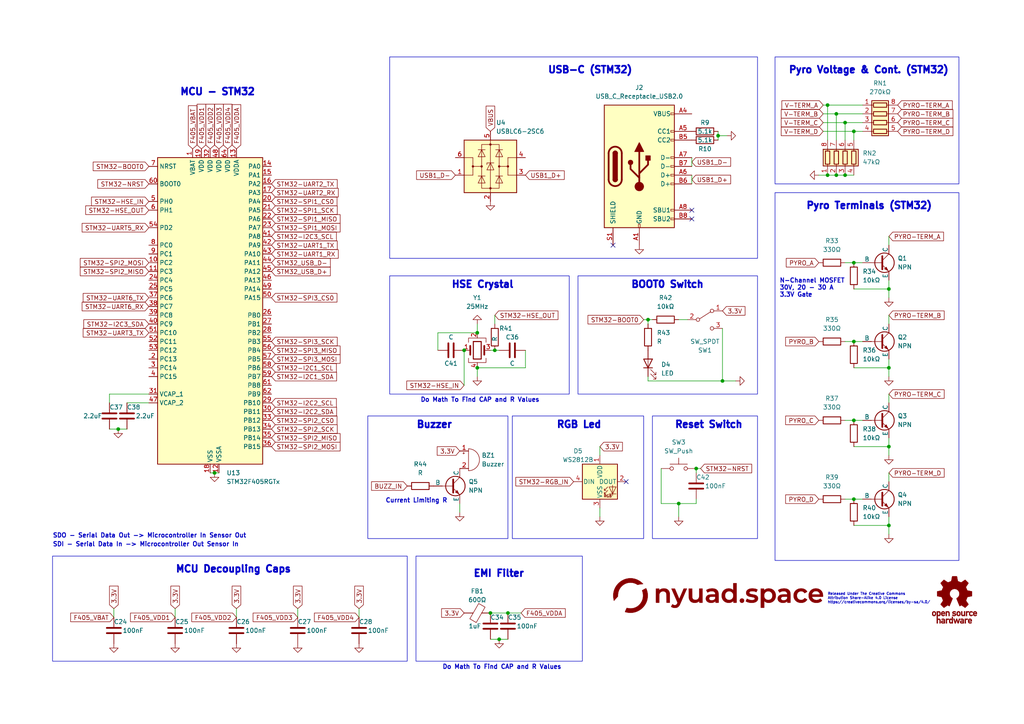
<source format=kicad_sch>
(kicad_sch (version 20230121) (generator eeschema)
  (paper "A4")
  (title_block (title "MCU - STM32 Schematic") (company "Aether Flight Computer") (comment 7 "Aether Flight Computer"))
  (lib_symbols
    (symbol "Connector:USB_C_Receptacle_USB2.0" (pin_names (offset 1.016))
      (property "Reference" "J" (at -10.16 19.05 0))
      (property "Value" "USB_C_Receptacle_USB2.0" (at 19.05 19.05 0))
      (symbol "USB_C_Receptacle_USB2.0_1_1"
        (pin passive line (at 0 -22.86 90) (length 5.08) (name "GND") (number "A1"))
        (pin passive line (at 0 -22.86 90) (length 5.08) hide (name "GND") (number "A12"))
        (pin passive line (at 15.24 15.24 180) (length 5.08) (name "VBUS") (number "A4"))
        (pin bidirectional line (at 15.24 10.16 180) (length 5.08) (name "CC1") (number "A5"))
        (pin bidirectional line (at 15.24 -2.54 180) (length 5.08) (name "D+") (number "A6"))
        (pin bidirectional line (at 15.24 2.54 180) (length 5.08) (name "D-") (number "A7"))
        (pin bidirectional line (at 15.24 -12.7 180) (length 5.08) (name "SBU1") (number "A8"))
        (pin passive line (at 15.24 15.24 180) (length 5.08) hide (name "VBUS") (number "A9"))
        (pin passive line (at 0 -22.86 90) (length 5.08) hide (name "GND") (number "B1"))
        (pin passive line (at 0 -22.86 90) (length 5.08) hide (name "GND") (number "B12"))
        (pin passive line (at 15.24 15.24 180) (length 5.08) hide (name "VBUS") (number "B4"))
        (pin bidirectional line (at 15.24 7.62 180) (length 5.08) (name "CC2") (number "B5"))
        (pin bidirectional line (at 15.24 -5.08 180) (length 5.08) (name "D+") (number "B6"))
        (pin bidirectional line (at 15.24 0 180) (length 5.08) (name "D-") (number "B7"))
        (pin bidirectional line (at 15.24 -15.24 180) (length 5.08) (name "SBU2") (number "B8"))
        (pin passive line (at 15.24 15.24 180) (length 5.08) hide (name "VBUS") (number "B9"))
        (pin passive line (at -7.62 -22.86 90) (length 5.08) (name "SHIELD") (number "S1"))
      )
    )
    (symbol "Device:Buzzer" (pin_names (offset 0.0254) hide)
      (property "Reference" "BZ" (at 3.81 1.27 0))
      (property "Value" "Buzzer" (at 3.81 -1.27 0))
      (symbol "Buzzer_1_1"
        (pin passive line (at -2.54 2.54 0) (length 2.54) (name "-") (number "1"))
        (pin passive line (at -2.54 -2.54 0) (length 2.54) (name "+") (number "2"))
      )
    )
    (symbol "Device:C" (pin_numbers hide) (pin_names (offset 0.254))
      (property "Reference" "C" (at 0.635 2.54 0))
      (property "Value" "C" (at 0.635 -2.54 0))
      (symbol "C_1_1"
        (pin passive line (at 0 3.81 270) (length 2.794) (name "~") (number "1"))
        (pin passive line (at 0 -3.81 90) (length 2.794) (name "~") (number "2"))
      )
    )
    (symbol "Device:Crystal_GND24" (pin_names (offset 1.016) hide)
      (property "Reference" "Y" (at 3.175 5.08 0))
      (property "Value" "Crystal_GND24" (at 3.175 3.175 0))
      (symbol "Crystal_GND24_1_1"
        (pin passive line (at -3.81 0 0) (length 1.27) (name "1") (number "1"))
        (pin passive line (at 0 5.08 270) (length 1.27) (name "2") (number "2"))
        (pin passive line (at 3.81 0 180) (length 1.27) (name "3") (number "3"))
        (pin passive line (at 0 -5.08 90) (length 1.27) (name "4") (number "4"))
      )
    )
    (symbol "Device:FerriteBead" (pin_numbers hide) (pin_names (offset 0))
      (property "Reference" "FB" (at -3.81 0.635 90))
      (property "Value" "FerriteBead" (at 3.81 0 90))
      (symbol "FerriteBead_1_1"
        (pin passive line (at 0 3.81 270) (length 2.54) (name "~") (number "1"))
        (pin passive line (at 0 -3.81 90) (length 2.54) (name "~") (number "2"))
      )
    )
    (symbol "Device:LED" (pin_numbers hide) (pin_names (offset 1.016) hide)
      (property "Reference" "D" (at 0 2.54 0))
      (property "Value" "LED" (at 0 -2.54 0))
      (symbol "LED_1_1"
        (pin passive line (at -3.81 0 0) (length 2.54) (name "K") (number "1"))
        (pin passive line (at 3.81 0 180) (length 2.54) (name "A") (number "2"))
      )
    )
    (symbol "Device:R" (pin_numbers hide) (pin_names (offset 0))
      (property "Reference" "R" (at 2.032 0 90))
      (property "Value" "R" (at 0 0 90))
      (symbol "R_1_1"
        (pin passive line (at 0 3.81 270) (length 1.27) (name "~") (number "1"))
        (pin passive line (at 0 -3.81 90) (length 1.27) (name "~") (number "2"))
      )
    )
    (symbol "Device:R_Pack04" (pin_names (offset 0) hide)
      (property "Reference" "RN" (at -7.62 0 90))
      (property "Value" "R_Pack04" (at 5.08 0 90))
      (symbol "R_Pack04_1_1"
        (pin passive line (at -5.08 -5.08 90) (length 2.54) (name "R1.1") (number "1"))
        (pin passive line (at -2.54 -5.08 90) (length 2.54) (name "R2.1") (number "2"))
        (pin passive line (at 0 -5.08 90) (length 2.54) (name "R3.1") (number "3"))
        (pin passive line (at 2.54 -5.08 90) (length 2.54) (name "R4.1") (number "4"))
        (pin passive line (at 2.54 5.08 270) (length 2.54) (name "R4.2") (number "5"))
        (pin passive line (at 0 5.08 270) (length 2.54) (name "R3.2") (number "6"))
        (pin passive line (at -2.54 5.08 270) (length 2.54) (name "R2.2") (number "7"))
        (pin passive line (at -5.08 5.08 270) (length 2.54) (name "R1.2") (number "8"))
      )
    )
    (symbol "LED:WS2812B" (pin_names (offset 0.254))
      (property "Reference" "D" (at 5.08 5.715 0))
      (property "Value" "WS2812B" (at 1.27 -5.715 0))
      (symbol "WS2812B_0_0"
        (text "RGB" (at 2.286 -4.191 0) (effects (font (size 0.762 0.762))))
      )
      (symbol "WS2812B_1_1"
        (pin power_in line (at 0 7.62 270) (length 2.54) (name "VDD") (number "1"))
        (pin output line (at 7.62 0 180) (length 2.54) (name "DOUT") (number "2"))
        (pin power_in line (at 0 -7.62 90) (length 2.54) (name "VSS") (number "3"))
        (pin input line (at -7.62 0 0) (length 2.54) (name "DIN") (number "4"))
      )
    )
    (symbol "MCU_ST_STM32F4:STM32F405RGTx"
      (property "Reference" "U" (at -15.24 46.99 0))
      (property "Value" "STM32F405RGTx" (at 10.16 46.99 0))
      (symbol "STM32F405RGTx_1_1"
        (pin power_in line (at -5.08 48.26 270) (length 2.54) (name "VBAT") (number "1"))
        (pin bidirectional line (at -17.78 15.24 0) (length 2.54) (name "PC2") (number "10"))
        (pin bidirectional line (at -17.78 12.7 0) (length 2.54) (name "PC3") (number "11"))
        (pin power_in line (at 2.54 -45.72 90) (length 2.54) (name "VSSA") (number "12"))
        (pin power_in line (at 7.62 48.26 270) (length 2.54) (name "VDDA") (number "13"))
        (pin bidirectional line (at 17.78 43.18 180) (length 2.54) (name "PA0") (number "14"))
        (pin bidirectional line (at 17.78 40.64 180) (length 2.54) (name "PA1") (number "15"))
        (pin bidirectional line (at 17.78 38.1 180) (length 2.54) (name "PA2") (number "16"))
        (pin bidirectional line (at 17.78 35.56 180) (length 2.54) (name "PA3") (number "17"))
        (pin power_in line (at 0 -45.72 90) (length 2.54) (name "VSS") (number "18"))
        (pin power_in line (at -2.54 48.26 270) (length 2.54) (name "VDD") (number "19"))
        (pin bidirectional line (at -17.78 -12.7 0) (length 2.54) (name "PC13") (number "2"))
        (pin bidirectional line (at 17.78 33.02 180) (length 2.54) (name "PA4") (number "20"))
        (pin bidirectional line (at 17.78 30.48 180) (length 2.54) (name "PA5") (number "21"))
        (pin bidirectional line (at 17.78 27.94 180) (length 2.54) (name "PA6") (number "22"))
        (pin bidirectional line (at 17.78 25.4 180) (length 2.54) (name "PA7") (number "23"))
        (pin bidirectional line (at -17.78 10.16 0) (length 2.54) (name "PC4") (number "24"))
        (pin bidirectional line (at -17.78 7.62 0) (length 2.54) (name "PC5") (number "25"))
        (pin bidirectional line (at 17.78 0 180) (length 2.54) (name "PB0") (number "26"))
        (pin bidirectional line (at 17.78 -2.54 180) (length 2.54) (name "PB1") (number "27"))
        (pin bidirectional line (at 17.78 -5.08 180) (length 2.54) (name "PB2") (number "28"))
        (pin bidirectional line (at 17.78 -25.4 180) (length 2.54) (name "PB10") (number "29"))
        (pin bidirectional line (at -17.78 -15.24 0) (length 2.54) (name "PC14") (number "3"))
        (pin bidirectional line (at 17.78 -27.94 180) (length 2.54) (name "PB11") (number "30"))
        (pin power_out line (at -17.78 -22.86 0) (length 2.54) (name "VCAP_1") (number "31"))
        (pin power_in line (at 0 48.26 270) (length 2.54) (name "VDD") (number "32"))
        (pin bidirectional line (at 17.78 -30.48 180) (length 2.54) (name "PB12") (number "33"))
        (pin bidirectional line (at 17.78 -33.02 180) (length 2.54) (name "PB13") (number "34"))
        (pin bidirectional line (at 17.78 -35.56 180) (length 2.54) (name "PB14") (number "35"))
        (pin bidirectional line (at 17.78 -38.1 180) (length 2.54) (name "PB15") (number "36"))
        (pin bidirectional line (at -17.78 5.08 0) (length 2.54) (name "PC6") (number "37"))
        (pin bidirectional line (at -17.78 2.54 0) (length 2.54) (name "PC7") (number "38"))
        (pin bidirectional line (at -17.78 0 0) (length 2.54) (name "PC8") (number "39"))
        (pin bidirectional line (at -17.78 -17.78 0) (length 2.54) (name "PC15") (number "4"))
        (pin bidirectional line (at -17.78 -2.54 0) (length 2.54) (name "PC9") (number "40"))
        (pin bidirectional line (at 17.78 22.86 180) (length 2.54) (name "PA8") (number "41"))
        (pin bidirectional line (at 17.78 20.32 180) (length 2.54) (name "PA9") (number "42"))
        (pin bidirectional line (at 17.78 17.78 180) (length 2.54) (name "PA10") (number "43"))
        (pin bidirectional line (at 17.78 15.24 180) (length 2.54) (name "PA11") (number "44"))
        (pin bidirectional line (at 17.78 12.7 180) (length 2.54) (name "PA12") (number "45"))
        (pin bidirectional line (at 17.78 10.16 180) (length 2.54) (name "PA13") (number "46"))
        (pin power_out line (at -17.78 -25.4 0) (length 2.54) (name "VCAP_2") (number "47"))
        (pin power_in line (at 2.54 48.26 270) (length 2.54) (name "VDD") (number "48"))
        (pin bidirectional line (at 17.78 7.62 180) (length 2.54) (name "PA14") (number "49"))
        (pin bidirectional line (at -17.78 33.02 0) (length 2.54) (name "PH0") (number "5"))
        (pin bidirectional line (at 17.78 5.08 180) (length 2.54) (name "PA15") (number "50"))
        (pin bidirectional line (at -17.78 -5.08 0) (length 2.54) (name "PC10") (number "51"))
        (pin bidirectional line (at -17.78 -7.62 0) (length 2.54) (name "PC11") (number "52"))
        (pin bidirectional line (at -17.78 -10.16 0) (length 2.54) (name "PC12") (number "53"))
        (pin bidirectional line (at -17.78 25.4 0) (length 2.54) (name "PD2") (number "54"))
        (pin bidirectional line (at 17.78 -7.62 180) (length 2.54) (name "PB3") (number "55"))
        (pin bidirectional line (at 17.78 -10.16 180) (length 2.54) (name "PB4") (number "56"))
        (pin bidirectional line (at 17.78 -12.7 180) (length 2.54) (name "PB5") (number "57"))
        (pin bidirectional line (at 17.78 -15.24 180) (length 2.54) (name "PB6") (number "58"))
        (pin bidirectional line (at 17.78 -17.78 180) (length 2.54) (name "PB7") (number "59"))
        (pin bidirectional line (at -17.78 30.48 0) (length 2.54) (name "PH1") (number "6"))
        (pin input line (at -17.78 38.1 0) (length 2.54) (name "BOOT0") (number "60"))
        (pin bidirectional line (at 17.78 -20.32 180) (length 2.54) (name "PB8") (number "61"))
        (pin bidirectional line (at 17.78 -22.86 180) (length 2.54) (name "PB9") (number "62"))
        (pin passive line (at 0 -45.72 90) (length 2.54) hide (name "VSS") (number "63"))
        (pin power_in line (at 5.08 48.26 270) (length 2.54) (name "VDD") (number "64"))
        (pin input line (at -17.78 43.18 0) (length 2.54) (name "NRST") (number "7"))
        (pin bidirectional line (at -17.78 20.32 0) (length 2.54) (name "PC0") (number "8"))
        (pin bidirectional line (at -17.78 17.78 0) (length 2.54) (name "PC1") (number "9"))
      )
    )
    (symbol "MCU_ST_STM32F4:STM32F405VGTx"
      (property "Reference" "U" (at -17.78 67.31 0))
      (property "Value" "STM32F405VGTx" (at 12.7 67.31 0))
      (symbol "STM32F405VGTx_1_1"
        (pin bidirectional line (at -22.86 35.56 0) (length 5.08) (name "PE2") (number "1"))
        (pin power_in line (at 0 -71.12 90) (length 5.08) (name "VSS") (number "10"))
        (pin power_in line (at 7.62 71.12 270) (length 5.08) (name "VDD") (number "100"))
        (pin power_in line (at -5.08 71.12 270) (length 5.08) (name "VDD") (number "11"))
        (pin bidirectional line (at -22.86 48.26 0) (length 5.08) (name "PH0") (number "12"))
        (pin bidirectional line (at -22.86 45.72 0) (length 5.08) (name "PH1") (number "13"))
        (pin input line (at -22.86 63.5 0) (length 5.08) (name "NRST") (number "14"))
        (pin bidirectional line (at 22.86 -22.86 180) (length 5.08) (name "PC0") (number "15"))
        (pin bidirectional line (at 22.86 -25.4 180) (length 5.08) (name "PC1") (number "16"))
        (pin bidirectional line (at 22.86 -27.94 180) (length 5.08) (name "PC2") (number "17"))
        (pin bidirectional line (at 22.86 -30.48 180) (length 5.08) (name "PC3") (number "18"))
        (pin power_in line (at -2.54 71.12 270) (length 5.08) (name "VDD") (number "19"))
        (pin bidirectional line (at -22.86 33.02 0) (length 5.08) (name "PE3") (number "2"))
        (pin power_in line (at 2.54 -71.12 90) (length 5.08) (name "VSSA") (number "20"))
        (pin input line (at -22.86 53.34 0) (length 5.08) (name "VREF+") (number "21"))
        (pin power_in line (at 10.16 71.12 270) (length 5.08) (name "VDDA") (number "22"))
        (pin bidirectional line (at 22.86 63.5 180) (length 5.08) (name "PA0") (number "23"))
        (pin bidirectional line (at 22.86 60.96 180) (length 5.08) (name "PA1") (number "24"))
        (pin bidirectional line (at 22.86 58.42 180) (length 5.08) (name "PA2") (number "25"))
        (pin bidirectional line (at 22.86 55.88 180) (length 5.08) (name "PA3") (number "26"))
        (pin passive line (at 0 -71.12 90) (length 5.08) hide (name "VSS") (number "27"))
        (pin power_in line (at 0 71.12 270) (length 5.08) (name "VDD") (number "28"))
        (pin bidirectional line (at 22.86 53.34 180) (length 5.08) (name "PA4") (number "29"))
        (pin bidirectional line (at -22.86 30.48 0) (length 5.08) (name "PE4") (number "3"))
        (pin bidirectional line (at 22.86 50.8 180) (length 5.08) (name "PA5") (number "30"))
        (pin bidirectional line (at 22.86 48.26 180) (length 5.08) (name "PA6") (number "31"))
        (pin bidirectional line (at 22.86 45.72 180) (length 5.08) (name "PA7") (number "32"))
        (pin bidirectional line (at 22.86 -33.02 180) (length 5.08) (name "PC4") (number "33"))
        (pin bidirectional line (at 22.86 -35.56 180) (length 5.08) (name "PC5") (number "34"))
        (pin bidirectional line (at 22.86 20.32 180) (length 5.08) (name "PB0") (number "35"))
        (pin bidirectional line (at 22.86 17.78 180) (length 5.08) (name "PB1") (number "36"))
        (pin bidirectional line (at 22.86 15.24 180) (length 5.08) (name "PB2") (number "37"))
        (pin bidirectional line (at -22.86 22.86 0) (length 5.08) (name "PE7") (number "38"))
        (pin bidirectional line (at -22.86 20.32 0) (length 5.08) (name "PE8") (number "39"))
        (pin bidirectional line (at -22.86 27.94 0) (length 5.08) (name "PE5") (number "4"))
        (pin bidirectional line (at -22.86 17.78 0) (length 5.08) (name "PE9") (number "40"))
        (pin bidirectional line (at -22.86 15.24 0) (length 5.08) (name "PE10") (number "41"))
        (pin bidirectional line (at -22.86 12.7 0) (length 5.08) (name "PE11") (number "42"))
        (pin bidirectional line (at -22.86 10.16 0) (length 5.08) (name "PE12") (number "43"))
        (pin bidirectional line (at -22.86 7.62 0) (length 5.08) (name "PE13") (number "44"))
        (pin bidirectional line (at -22.86 5.08 0) (length 5.08) (name "PE14") (number "45"))
        (pin bidirectional line (at -22.86 2.54 0) (length 5.08) (name "PE15") (number "46"))
        (pin bidirectional line (at 22.86 -5.08 180) (length 5.08) (name "PB10") (number "47"))
        (pin bidirectional line (at 22.86 -7.62 180) (length 5.08) (name "PB11") (number "48"))
        (pin power_out line (at -22.86 -45.72 0) (length 5.08) (name "VCAP_1") (number "49"))
        (pin bidirectional line (at -22.86 25.4 0) (length 5.08) (name "PE6") (number "5"))
        (pin power_in line (at 2.54 71.12 270) (length 5.08) (name "VDD") (number "50"))
        (pin bidirectional line (at 22.86 -10.16 180) (length 5.08) (name "PB12") (number "51"))
        (pin bidirectional line (at 22.86 -12.7 180) (length 5.08) (name "PB13") (number "52"))
        (pin bidirectional line (at 22.86 -15.24 180) (length 5.08) (name "PB14") (number "53"))
        (pin bidirectional line (at 22.86 -17.78 180) (length 5.08) (name "PB15") (number "54"))
        (pin bidirectional line (at -22.86 -22.86 0) (length 5.08) (name "PD8") (number "55"))
        (pin bidirectional line (at -22.86 -25.4 0) (length 5.08) (name "PD9") (number "56"))
        (pin bidirectional line (at -22.86 -27.94 0) (length 5.08) (name "PD10") (number "57"))
        (pin bidirectional line (at -22.86 -30.48 0) (length 5.08) (name "PD11") (number "58"))
        (pin bidirectional line (at -22.86 -33.02 0) (length 5.08) (name "PD12") (number "59"))
        (pin power_in line (at -7.62 71.12 270) (length 5.08) (name "VBAT") (number "6"))
        (pin bidirectional line (at -22.86 -35.56 0) (length 5.08) (name "PD13") (number "60"))
        (pin bidirectional line (at -22.86 -38.1 0) (length 5.08) (name "PD14") (number "61"))
        (pin bidirectional line (at -22.86 -40.64 0) (length 5.08) (name "PD15") (number "62"))
        (pin bidirectional line (at 22.86 -38.1 180) (length 5.08) (name "PC6") (number "63"))
        (pin bidirectional line (at 22.86 -40.64 180) (length 5.08) (name "PC7") (number "64"))
        (pin bidirectional line (at 22.86 -43.18 180) (length 5.08) (name "PC8") (number "65"))
        (pin bidirectional line (at 22.86 -45.72 180) (length 5.08) (name "PC9") (number "66"))
        (pin bidirectional line (at 22.86 43.18 180) (length 5.08) (name "PA8") (number "67"))
        (pin bidirectional line (at 22.86 40.64 180) (length 5.08) (name "PA9") (number "68"))
        (pin bidirectional line (at 22.86 38.1 180) (length 5.08) (name "PA10") (number "69"))
        (pin bidirectional line (at 22.86 -55.88 180) (length 5.08) (name "PC13") (number "7"))
        (pin bidirectional line (at 22.86 35.56 180) (length 5.08) (name "PA11") (number "70"))
        (pin bidirectional line (at 22.86 33.02 180) (length 5.08) (name "PA12") (number "71"))
        (pin bidirectional line (at 22.86 30.48 180) (length 5.08) (name "PA13") (number "72"))
        (pin power_out line (at -22.86 -48.26 0) (length 5.08) (name "VCAP_2") (number "73"))
        (pin passive line (at 0 -71.12 90) (length 5.08) hide (name "VSS") (number "74"))
        (pin power_in line (at 5.08 71.12 270) (length 5.08) (name "VDD") (number "75"))
        (pin bidirectional line (at 22.86 27.94 180) (length 5.08) (name "PA14") (number "76"))
        (pin bidirectional line (at 22.86 25.4 180) (length 5.08) (name "PA15") (number "77"))
        (pin bidirectional line (at 22.86 -48.26 180) (length 5.08) (name "PC10") (number "78"))
        (pin bidirectional line (at 22.86 -50.8 180) (length 5.08) (name "PC11") (number "79"))
        (pin bidirectional line (at 22.86 -58.42 180) (length 5.08) (name "PC14") (number "8"))
        (pin bidirectional line (at 22.86 -53.34 180) (length 5.08) (name "PC12") (number "80"))
        (pin bidirectional line (at -22.86 -2.54 0) (length 5.08) (name "PD0") (number "81"))
        (pin bidirectional line (at -22.86 -5.08 0) (length 5.08) (name "PD1") (number "82"))
        (pin bidirectional line (at -22.86 -7.62 0) (length 5.08) (name "PD2") (number "83"))
        (pin bidirectional line (at -22.86 -10.16 0) (length 5.08) (name "PD3") (number "84"))
        (pin bidirectional line (at -22.86 -12.7 0) (length 5.08) (name "PD4") (number "85"))
        (pin bidirectional line (at -22.86 -15.24 0) (length 5.08) (name "PD5") (number "86"))
        (pin bidirectional line (at -22.86 -17.78 0) (length 5.08) (name "PD6") (number "87"))
        (pin bidirectional line (at -22.86 -20.32 0) (length 5.08) (name "PD7") (number "88"))
        (pin bidirectional line (at 22.86 12.7 180) (length 5.08) (name "PB3") (number "89"))
        (pin bidirectional line (at 22.86 -60.96 180) (length 5.08) (name "PC15") (number "9"))
        (pin bidirectional line (at 22.86 10.16 180) (length 5.08) (name "PB4") (number "90"))
        (pin bidirectional line (at 22.86 7.62 180) (length 5.08) (name "PB5") (number "91"))
        (pin bidirectional line (at 22.86 5.08 180) (length 5.08) (name "PB6") (number "92"))
        (pin bidirectional line (at 22.86 2.54 180) (length 5.08) (name "PB7") (number "93"))
        (pin input line (at -22.86 58.42 0) (length 5.08) (name "BOOT0") (number "94"))
        (pin bidirectional line (at 22.86 0 180) (length 5.08) (name "PB8") (number "95"))
        (pin bidirectional line (at 22.86 -2.54 180) (length 5.08) (name "PB9") (number "96"))
        (pin bidirectional line (at -22.86 40.64 0) (length 5.08) (name "PE0") (number "97"))
        (pin bidirectional line (at -22.86 38.1 0) (length 5.08) (name "PE1") (number "98"))
        (pin passive line (at 0 -71.12 90) (length 5.08) hide (name "VSS") (number "99"))
      )
    )
    (symbol "Power_Protection:USBLC6-2SC6" (pin_names hide)
      (property "Reference" "U" (at 2.54 8.89 0))
      (property "Value" "USBLC6-2SC6" (at 2.54 -8.89 0))
      (symbol "USBLC6-2SC6_1_1"
        (pin passive line (at -10.16 -2.54 0) (length 2.54) (name "I/O1") (number "1"))
        (pin passive line (at 0 -10.16 90) (length 2.54) (name "GND") (number "2"))
        (pin passive line (at 10.16 -2.54 180) (length 2.54) (name "I/O2") (number "3"))
        (pin passive line (at 10.16 2.54 180) (length 2.54) (name "I/O2") (number "4"))
        (pin passive line (at 0 10.16 270) (length 2.54) (name "VBUS") (number "5"))
        (pin passive line (at -10.16 2.54 0) (length 2.54) (name "I/O1") (number "6"))
      )
    )
    (symbol "Simulation_SPICE:NPN" (pin_numbers hide) (pin_names (offset 0))
      (property "Reference" "Q" (at -2.54 7.62 0))
      (property "Value" "NPN" (at -2.54 5.08 0))
      (symbol "NPN_1_1"
        (pin open_collector line (at 2.54 5.08 270) (length 2.54) (name "C") (number "1"))
        (pin input line (at -5.08 0 0) (length 2.54) (name "B") (number "2"))
        (pin open_emitter line (at 2.54 -5.08 90) (length 2.54) (name "E") (number "3"))
      )
    )
    (symbol "Switch:SW_Push" (pin_numbers hide) (pin_names (offset 1.016) hide)
      (property "Reference" "SW" (at 1.27 2.54 0))
      (property "Value" "SW_Push" (at 0 -1.524 0))
      (symbol "SW_Push_0_1"
        (pin passive line (at -5.08 0 0) (length 2.54) (name "1") (number "1"))
        (pin passive line (at 5.08 0 180) (length 2.54) (name "2") (number "2"))
      )
    )
    (symbol "Switch:SW_SPDT" (pin_names (offset 0) hide)
      (property "Reference" "SW" (at 0 4.318 0))
      (property "Value" "SW_SPDT" (at 0 -5.08 0))
      (symbol "SW_SPDT_1_1"
        (pin passive line (at 5.08 2.54 180) (length 2.54) (name "A") (number "1"))
        (pin passive line (at -5.08 0 0) (length 2.54) (name "B") (number "2"))
        (pin passive line (at 5.08 -2.54 180) (length 2.54) (name "C") (number "3"))
      )
    )
    (symbol "nyuad_space:LOGO" (pin_names (offset 1.016)))
    (symbol "osh_logo:LOGO" (pin_names (offset 1.016)))
    (symbol "power:GND" (power) (pin_names (offset 0))
      (property "Value" "GND" (at 0 -3.81 0))
      (symbol "GND_1_1"
        (pin power_in line (at 0 0 270) (length 0) hide (name "GND") (number "1"))
      )
    )
  )
  (junction (at 35.56 424.18))
  (junction (at 257.81 106.68))
  (junction (at 247.65 99.06))
  (junction (at 138.43 96.52))
  (junction (at 34.29 124.46))
  (junction (at 247.65 76.2))
  (junction (at 138.43 106.68))
  (junction (at 247.65 38.1))
  (junction (at 102.87 365.76))
  (junction (at 257.81 83.82))
  (junction (at 144.78 185.42))
  (junction (at 257.81 152.4))
  (junction (at 257.81 129.54))
  (junction (at 247.65 144.78))
  (junction (at 196.85 146.05))
  (junction (at 245.11 35.56))
  (junction (at 134.62 101.6))
  (junction (at 187.96 92.71))
  (junction (at 247.65 121.92))
  (junction (at 240.03 30.48))
  (junction (at 142.24 177.8))
  (junction (at 242.57 33.02))
  (junction (at 201.93 135.89))
  (junction (at 242.57 50.8))
  (junction (at 245.11 50.8))
  (junction (at 240.03 50.8))
  (junction (at 208.28 39.37))
  (junction (at 130.81 378.46))
  (junction (at 62.23 137.16))
  (junction (at 143.51 101.6))
  (junction (at 147.32 177.8))
  (junction (at 209.55 110.49))
  (junction (at 8.89 408.94))
  (no_connect (at 177.8 71.12))
  (no_connect (at 200.66 60.96))
  (no_connect (at 181.61 139.7))
  (no_connect (at 200.66 63.5))
  (wire (pts (xy 242.57 40.64) (xy 242.57 33.02)))
  (wire (pts (xy 247.65 152.4) (xy 257.81 152.4)))
  (wire (pts (xy -135.89 162.56) (xy -139.7 162.56)) (stroke (width 0.5) (color 255 0 0 1)))
  (wire (pts (xy 238.76 33.02) (xy 242.57 33.02)))
  (wire (pts (xy 127 96.52) (xy 138.43 96.52)))
  (wire (pts (xy 247.65 38.1) (xy 250.19 38.1)))
  (wire (pts (xy -135.89 158.75) (xy -139.7 158.75)) (stroke (width 0.5) (color 255 0 0 1)))
  (wire (pts (xy -135.89 170.18) (xy -139.7 170.18)) (stroke (width 0.5) (color 255 0 0 1)))
  (wire (pts (xy 100.33 358.14) (xy 100.33 355.6)))
  (wire (pts (xy 144.78 101.6) (xy 143.51 101.6)))
  (wire (pts (xy 245.11 144.78) (xy 247.65 144.78)))
  (wire (pts (xy 196.85 149.86) (xy 196.85 146.05)))
  (wire (pts (xy 35.56 424.18) (xy 34.29 424.18)))
  (wire (pts (xy 138.43 109.22) (xy 138.43 106.68)))
  (wire (pts (xy 257.81 109.22) (xy 257.81 106.68)))
  (wire (pts (xy 100.33 355.6) (xy 111.76 355.6)))
  (wire (pts (xy 200.66 45.72) (xy 200.66 48.26)))
  (wire (pts (xy 6.35 398.78) (xy 11.43 398.78)))
  (wire (pts (xy -138.43 194.31) (xy -143.51 194.31)) (stroke (width 0.5) (color 255 0 0 1)))
  (wire (pts (xy 50.8 176.53) (xy 50.8 179.07)))
  (wire (pts (xy 245.11 76.2) (xy 247.65 76.2)))
  (wire (pts (xy -135.89 166.37) (xy -139.7 166.37)) (stroke (width 0.5) (color 255 0 0 1)))
  (wire (pts (xy 143.51 101.6) (xy 142.24 101.6)))
  (wire (pts (xy 142.24 185.42) (xy 144.78 185.42)))
  (wire (pts (xy -138.43 182.88) (xy -138.43 190.5)) (stroke (width 0.5) (color 255 0 0 1)))
  (wire (pts (xy 237.49 50.8) (xy 240.03 50.8)))
  (wire (pts (xy -138.43 220.98) (xy -143.51 220.98)) (stroke (width 0.5) (color 255 0 0 1)))
  (wire (pts (xy 208.28 38.1) (xy 208.28 39.37)))
  (wire (pts (xy 201.93 137.16) (xy 201.93 135.89)))
  (wire (pts (xy 187.96 93.98) (xy 187.96 92.71)))
  (wire (pts (xy 100.33 365.76) (xy 102.87 365.76)))
  (wire (pts (xy -138.43 182.88) (xy -143.51 182.88)) (stroke (width 0.5) (color 255 0 0 1)))
  (wire (pts (xy 245.11 50.8) (xy 247.65 50.8)))
  (wire (pts (xy 257.81 154.94) (xy 257.81 152.4)))
  (wire (pts (xy 34.29 124.46) (xy 36.83 124.46)))
  (wire (pts (xy 247.65 129.54) (xy 257.81 129.54)))
  (wire (pts (xy 143.51 91.44) (xy 143.51 93.98)))
  (wire (pts (xy 129.54 378.46) (xy 130.81 378.46)))
  (wire (pts (xy 134.62 101.6) (xy 134.62 111.76)))
  (wire (pts (xy 240.03 30.48) (xy 250.19 30.48)))
  (wire (pts (xy -138.43 217.17) (xy -143.51 217.17)) (stroke (width 0.5) (color 255 0 0 1)))
  (wire (pts (xy 245.11 121.92) (xy 247.65 121.92)))
  (wire (pts (xy 144.78 185.42) (xy 147.32 185.42)))
  (wire (pts (xy -138.43 205.74) (xy -143.51 205.74)) (stroke (width 0.5) (color 255 0 0 1)))
  (wire (pts (xy 196.85 146.05) (xy 191.77 146.05)))
  (wire (pts (xy -137.16 251.46) (xy -140.97 251.46)) (stroke (width 0.5) (color 255 0 0 1)))
  (wire (pts (xy 35.56 425.45) (xy 35.56 424.18)))
  (wire (pts (xy 8.89 408.94) (xy 11.43 408.94)))
  (wire (pts (xy 250.19 99.06) (xy 247.65 99.06)))
  (wire (pts (xy 242.57 50.8) (xy 245.11 50.8)))
  (wire (pts (xy 6.35 401.32) (xy 6.35 398.78)))
  (wire (pts (xy 200.66 50.8) (xy 200.66 53.34)))
  (wire (pts (xy -137.16 240.03) (xy -140.97 240.03)) (stroke (width 0.5) (color 255 0 0 1)))
  (wire (pts (xy 147.32 177.8) (xy 151.13 177.8)))
  (wire (pts (xy 86.36 176.53) (xy 86.36 179.07)))
  (wire (pts (xy -142.24 138.43) (xy -146.05 138.43)) (stroke (width 0.5) (color 255 0 0 1)))
  (wire (pts (xy 247.65 106.68) (xy 257.81 106.68)))
  (wire (pts (xy 138.43 93.98) (xy 138.43 96.52)))
  (wire (pts (xy 201.93 146.05) (xy 201.93 144.78)))
  (wire (pts (xy 105.41 358.14) (xy 111.76 358.14)))
  (wire (pts (xy 247.65 83.82) (xy 257.81 83.82)))
  (wire (pts (xy 127 101.6) (xy 127 96.52)))
  (wire (pts (xy -142.24 138.43) (xy -142.24 146.05)) (stroke (width 0.5) (color 255 0 0 1)))
  (wire (pts (xy 35.56 424.18) (xy 36.83 424.18)))
  (wire (pts (xy 240.03 50.8) (xy 242.57 50.8)))
  (wire (pts (xy 257.81 132.08) (xy 257.81 129.54)))
  (wire (pts (xy 238.76 38.1) (xy 247.65 38.1)))
  (wire (pts (xy 208.28 39.37) (xy 208.28 40.64)))
  (wire (pts (xy 257.81 91.44) (xy 257.81 93.98)))
  (wire (pts (xy 242.57 33.02) (xy 250.19 33.02)))
  (wire (pts (xy 187.96 92.71) (xy 189.23 92.71)))
  (wire (pts (xy 196.85 92.71) (xy 199.39 92.71)))
  (wire (pts (xy 257.81 129.54) (xy 257.81 127)))
  (wire (pts (xy 187.96 110.49) (xy 209.55 110.49)))
  (wire (pts (xy 186.69 92.71) (xy 187.96 92.71)))
  (wire (pts (xy 245.11 40.64) (xy 245.11 35.56)))
  (wire (pts (xy 245.11 35.56) (xy 250.19 35.56)))
  (wire (pts (xy 104.14 176.53) (xy 104.14 179.07)))
  (wire (pts (xy 31.75 116.84) (xy 31.75 114.3)))
  (wire (pts (xy 196.85 146.05) (xy 201.93 146.05)))
  (wire (pts (xy 250.19 121.92) (xy 247.65 121.92)))
  (wire (pts (xy 6.35 408.94) (xy 8.89 408.94)))
  (wire (pts (xy 62.23 137.16) (xy 63.5 137.16)))
  (wire (pts (xy 250.19 76.2) (xy 247.65 76.2)))
  (wire (pts (xy 36.83 116.84) (xy 43.18 116.84)))
  (wire (pts (xy 250.19 144.78) (xy 247.65 144.78)))
  (wire (pts (xy -137.16 243.84) (xy -140.97 243.84)) (stroke (width 0.5) (color 255 0 0 1)))
  (wire (pts (xy 60.96 137.16) (xy 62.23 137.16)))
  (wire (pts (xy 31.75 114.3) (xy 43.18 114.3)))
  (wire (pts (xy 238.76 30.48) (xy 240.03 30.48)))
  (wire (pts (xy -142.24 127) (xy -142.24 134.62)) (stroke (width 0.5) (color 255 0 0 1)))
  (wire (pts (xy -142.24 127) (xy -146.05 127)) (stroke (width 0.5) (color 255 0 0 1)))
  (wire (pts (xy 209.55 95.25) (xy 209.55 110.49)))
  (wire (pts (xy -138.43 205.74) (xy -138.43 213.36)) (stroke (width 0.5) (color 255 0 0 1)))
  (wire (pts (xy 102.87 365.76) (xy 105.41 365.76)))
  (wire (pts (xy 152.4 106.68) (xy 152.4 101.6)))
  (wire (pts (xy 173.99 149.86) (xy 173.99 147.32)))
  (wire (pts (xy 142.24 177.8) (xy 147.32 177.8)))
  (wire (pts (xy 257.81 68.58) (xy 257.81 71.12)))
  (wire (pts (xy 257.81 114.3) (xy 257.81 116.84)))
  (wire (pts (xy 191.77 146.05) (xy 191.77 135.89)))
  (wire (pts (xy 133.35 148.59) (xy 133.35 146.05)))
  (wire (pts (xy 33.02 176.53) (xy 33.02 179.07)))
  (wire (pts (xy 68.58 176.53) (xy 68.58 179.07)))
  (wire (pts (xy 173.99 129.54) (xy 173.99 132.08)))
  (wire (pts (xy 257.81 137.16) (xy 257.81 139.7)))
  (wire (pts (xy 245.11 99.06) (xy 247.65 99.06)))
  (wire (pts (xy 257.81 106.68) (xy 257.81 104.14)))
  (wire (pts (xy 247.65 40.64) (xy 247.65 38.1)))
  (wire (pts (xy 257.81 152.4) (xy 257.81 149.86)))
  (wire (pts (xy -138.43 194.31) (xy -138.43 201.93)) (stroke (width 0.5) (color 255 0 0 1)))
  (wire (pts (xy -138.43 224.79) (xy -143.51 224.79)) (stroke (width 0.5) (color 255 0 0 1)))
  (wire (pts (xy -138.43 228.6) (xy -143.51 228.6)) (stroke (width 0.5) (color 255 0 0 1)))
  (wire (pts (xy 208.28 39.37) (xy 210.82 39.37)))
  (wire (pts (xy 238.76 35.56) (xy 245.11 35.56)))
  (wire (pts (xy 240.03 40.64) (xy 240.03 30.48)))
  (wire (pts (xy 213.36 110.49) (xy 209.55 110.49)))
  (wire (pts (xy 31.75 124.46) (xy 34.29 124.46)))
  (wire (pts (xy -137.16 247.65) (xy -140.97 247.65)) (stroke (width 0.5) (color 255 0 0 1)))
  (wire (pts (xy 138.43 106.68) (xy 152.4 106.68)))
  (wire (pts (xy 187.96 110.49) (xy 187.96 109.22)))
  (wire (pts (xy 201.93 135.89) (xy 203.2 135.89)))
  (wire (pts (xy 257.81 83.82) (xy 257.81 81.28)))
  (wire (pts (xy 130.81 378.46) (xy 132.08 378.46)))
  (wire (pts (xy 257.81 86.36) (xy 257.81 83.82)))
  (rectangle (start -166.37 149.86) (end -114.3 172.72))
  (rectangle (start 106.68 120.65) (end 147.32 156.21))
  (rectangle (start 167.64 80.01) (end 219.71 114.3))
  (rectangle (start 113.03 80.01) (end 165.1 114.3))
  (rectangle (start 224.79 55.88) (end 278.13 162.56))
  (rectangle (start 120.65 161.29) (end 168.91 191.77))
  (rectangle (start -166.37 120.65) (end -114.3 148.59))
  (rectangle (start 148.59 120.65) (end 186.69 156.21))
  (rectangle (start -166.37 233.68) (end -114.3 254))
  (rectangle (start 15.24 161.29) (end 118.11 191.77))
  (rectangle (start 224.79 16.51) (end 278.13 53.34))
  (rectangle (start 189.23 120.65) (end 219.71 156.21))
  (rectangle (start 113.03 16.51) (end 219.71 74.93))
  (rectangle (start -166.37 173.99) (end -114.3 231.14))
  (text "I2C 1 (STM32)" (at -151.13 124.46 0) (effects (font (size 2 2) (thickness 0.8) bold) (justify left bottom)))
  (text "SPI 2 (STM32)" (at -151.13 179.07 0) (effects (font (size 2 2) (thickness 0.8) bold) (justify left bottom)))
  (text "Buzzer" (at 120.65 124.46 0) (effects (font (size 2 2) (thickness 0.8) bold) (justify left bottom)))
  (text "SDO - Serial Data Out -> Microcontroller In Sensor Out" (at 15.24 156.21 0) (effects (font (size 1.27 1.27) bold) (justify left bottom)))
  (text "Pyro Terminals (STM32)" (at 233.68 60.96 0) (effects (font (size 2 2) (thickness 0.8) bold) (justify left bottom)))
  (text "0x42" (at -125.73 128.27 0) (effects (font (size 1.27 1.27) bold) (justify left bottom)))
  (text "BOOT0 Switch" (at 182.88 83.82 0) (effects (font (size 2 2) (thickness 0.8) bold) (justify left bottom)))
  (text "0x41" (at -125.73 135.89 0) (effects (font (size 1.27 1.27) bold) (justify left bottom)))
  (text "0x40, 0x76" (at -125.73 133.35 0) (effects (font (size 1.27 1.27) bold) (justify left bottom)))
  (text "SPI 1 (ESP32)" (at -151.13 237.49 0) (effects (font (size 2 2) (thickness 0.8) bold) (justify left bottom)))
  (text "MCU Decoupling Caps" (at 50.8 166.37 0) (effects (font (size 2 2) (thickness 0.8) bold) (justify left bottom)))
  (text "USB-C (STM32)" (at 158.75 21.59 0) (effects (font (size 2 2) (thickness 0.8) bold) (justify left bottom)))
  (text "SDI - Serial Data In -> Microcontroller Out Sensor In" (at 15.24 158.75 0) (effects (font (size 1.27 1.27) bold) (justify left bottom)))
  (text "Do Math To Find CAP and R Values" (at 128.27 194.31 0) (effects (font (size 1.27 1.27) bold) (justify left bottom)))
  (text "Do Math To Find CAP and R Values" (at 121.92 116.84 0) (effects (font (size 1.27 1.27) bold) (justify left bottom)))
  (text "Released Under The Creative Commons\nAttribution Share-Alike 4.0 License\nhttps://creativecommons.orq/licenses/by-sa/4.0/" (at 240.03 175.26 0) (effects (font (size 0.75 0.75)) (justify left bottom)))
  (text "Notes:\n- Add header Pins, antenna pins, verify connectors\n- Verify VBUS, VBAT logic\n- Need Auto Reset/Boot Logic for STM32 and ESP32 on USB\n\n" (at 0 -3.81 0) (effects (font (size 1.27 1.27)) (justify left bottom)))
  (text "N-Channel MOSFET\n30V, 20 - 30 A\n3.3V Gate" (at 226.06 86.36 0) (effects (font (size 1.27 1.27) bold) (justify left bottom)))
  (text "EMI Filter" (at 137.16 167.64 0) (effects (font (size 2 2) (thickness 0.8) bold) (justify left bottom)))
  (text "MCU - STM32" (at 52.07 27.94 0) (effects (font (size 2 2) (thickness 0.8) bold) (justify left bottom)))
  (text "SPI 1 (STM32)" (at -152.4 154.94 0) (effects (font (size 2 2) (thickness 0.8) bold) (justify left bottom)))
  (text "Pyro Voltage & Cont. (STM32)" (at 228.6 21.59 0) (effects (font (size 2 2) (thickness 0.8) bold) (justify left bottom)))
  (text "HSE Crystal" (at 130.81 83.82 0) (effects (font (size 2 2) (thickness 0.8) bold) (justify left bottom)))
  (text "RGB Led" (at 161.29 124.46 0) (effects (font (size 2 2) (thickness 0.8) bold) (justify left bottom)))
  (text "Reset Switch" (at 195.58 124.46 0) (effects (font (size 2 2) (thickness 0.8) bold) (justify left bottom)))
  (text "0x44" (at -125.73 130.81 0) (effects (font (size 1.27 1.27) bold) (justify left bottom)))
  (text "Current Limiting R" (at 111.76 146.05 0) (effects (font (size 1.27 1.27) bold) (justify left bottom)))
  (text "MCU - STM32 (F405)" (at 31.75 262.89 0) (effects (font (size 2 2) (thickness 0.8) bold) (justify left bottom)))
  (global_label "PYRO-TERM_B" (shape input) (at 260.35 33.02 0) (property "Intersheetrefs" "${INTERSHEET_REFS}" (effects hide)))
  (global_label "LSM6DSO32TR_SDO" (shape input) (at -138.43 196.85 0) (property "Intersheetrefs" "${INTERSHEET_REFS}" (effects hide)))
  (global_label "STM32-SPI1_MOSI" (shape input) (at 147.32 307.34 0) (property "Intersheetrefs" "${INTERSHEET_REFS}" (effects hide)))
  (global_label "STM32_USB_D-" (shape input) (at 78.74 76.2 0) (property "Intersheetrefs" "${INTERSHEET_REFS}" (effects hide)))
  (global_label "STM32-SPI2_MOSI" (shape input) (at -143.51 194.31 180) (property "Intersheetrefs" "${INTERSHEET_REFS}" (effects hide)))
  (global_label "STM32-SPI3_CS0" (shape input) (at 78.74 86.36 0) (property "Intersheetrefs" "${INTERSHEET_REFS}" (effects hide)))
  (global_label "SPI2_MISO" (shape input) (at 57.15 381 0) (property "Intersheetrefs" "${INTERSHEET_REFS}" (effects hide)))
  (global_label "STM32-I2C1_SDA" (shape input) (at 147.32 350.52 0) (property "Intersheetrefs" "${INTERSHEET_REFS}" (effects hide)))
  (global_label "PYRO-TERM_A" (shape input) (at 260.35 30.48 0) (property "Intersheetrefs" "${INTERSHEET_REFS}" (effects hide)))
  (global_label "STM32-SPI1_MISO" (shape input) (at 78.74 63.5 0) (property "Intersheetrefs" "${INTERSHEET_REFS}" (effects hide)))
  (global_label "I2C3_SDA" (shape input) (at 57.15 398.78 0) (property "Intersheetrefs" "${INTERSHEET_REFS}" (effects hide)))
  (global_label "MS8607_SCL" (shape input) (at -142.24 143.51 0) (property "Intersheetrefs" "${INTERSHEET_REFS}" (effects hide)))
  (global_label "STM32-SPI2_CS1" (shape input) (at -143.51 220.98 180) (property "Intersheetrefs" "${INTERSHEET_REFS}" (effects hide)))
  (global_label "PYRO-TERM_D" (shape input) (at 260.35 38.1 0) (property "Intersheetrefs" "${INTERSHEET_REFS}" (effects hide)))
  (global_label "STM32-I2C2_SDA" (shape input) (at 78.74 119.38 0) (property "Intersheetrefs" "${INTERSHEET_REFS}" (effects hide)))
  (global_label "STM32-I2C3_SDA" (shape input) (at 43.18 93.98 180) (property "Intersheetrefs" "${INTERSHEET_REFS}" (effects hide)))
  (global_label "STM32-SPI2_MISO" (shape input) (at 78.74 127 0) (property "Intersheetrefs" "${INTERSHEET_REFS}" (effects hide)))
  (global_label "STM32-SPI3_SCK" (shape input) (at 78.74 99.06 0) (property "Intersheetrefs" "${INTERSHEET_REFS}" (effects hide)))
  (global_label "STM32-HSE_OUT" (shape input) (at 111.76 302.26 180) (property "Intersheetrefs" "${INTERSHEET_REFS}" (effects hide)))
  (global_label "SD_CS" (shape input) (at -138.43 228.6 0) (property "Intersheetrefs" "${INTERSHEET_REFS}" (effects hide)))
  (global_label "SPI2_SCK" (shape input) (at 57.15 365.76 0) (property "Intersheetrefs" "${INTERSHEET_REFS}" (effects hide)))
  (global_label "STM32-UART4_TX" (shape input) (at 57.15 289.56 0) (property "Intersheetrefs" "${INTERSHEET_REFS}" (effects hide)))
  (global_label "SPI3_MOSI" (shape input) (at 57.15 345.44 0) (property "Intersheetrefs" "${INTERSHEET_REFS}" (effects hide)))
  (global_label "STM32-UART3_RX" (shape input) (at 111.76 340.36 180) (property "Intersheetrefs" "${INTERSHEET_REFS}" (effects hide)))
  (global_label "STM32-SPI2_MOSI" (shape input) (at 43.18 76.2 180) (property "Intersheetrefs" "${INTERSHEET_REFS}" (effects hide)))
  (global_label "PCA9685_SCL" (shape input) (at -142.24 146.05 0) (property "Intersheetrefs" "${INTERSHEET_REFS}" (effects hide)))
  (global_label "STM32-SPI3_SCK" (shape input) (at 147.32 340.36 0) (property "Intersheetrefs" "${INTERSHEET_REFS}" (effects hide)))
  (global_label "STM32-NRST" (shape input) (at 111.76 294.64 180) (property "Intersheetrefs" "${INTERSHEET_REFS}" (effects hide)))
  (global_label "SHT45_SDA" (shape input) (at -142.24 129.54 0) (property "Intersheetrefs" "${INTERSHEET_REFS}" (effects hide)))
  (global_label "GPS_SCL" (shape input) (at -142.24 138.43 0) (property "Intersheetrefs" "${INTERSHEET_REFS}" (effects hide)))
  (global_label "STM32-SPI2_SCK" (shape input) (at -143.51 182.88 180) (property "Intersheetrefs" "${INTERSHEET_REFS}" (effects hide)))
  (global_label "PCA9685_SDA" (shape input) (at -142.24 134.62 0) (property "Intersheetrefs" "${INTERSHEET_REFS}" (effects hide)))
  (global_label "STM32-UART2_RX" (shape input) (at 57.15 297.18 0) (property "Intersheetrefs" "${INTERSHEET_REFS}" (effects hide)))
  (global_label "STM32-BOOT0" (shape input) (at 111.76 289.56 180) (property "Intersheetrefs" "${INTERSHEET_REFS}" (effects hide)))
  (global_label "F405_VDD3" (shape input) (at 63.5 43.18 90) (property "Intersheetrefs" "${INTERSHEET_REFS}" (effects hide)))
  (global_label "STM32-SPI2_SCK" (shape input) (at 78.74 124.46 0) (property "Intersheetrefs" "${INTERSHEET_REFS}" (effects hide)))
  (global_label "RFM95W_SCK" (shape input) (at -137.16 240.03 0) (property "Intersheetrefs" "${INTERSHEET_REFS}" (effects hide)))
  (global_label "3.3V" (shape input) (at 33.02 176.53 90) (property "Intersheetrefs" "${INTERSHEET_REFS}" (effects hide)))
  (global_label "PYRO_B" (shape input) (at 237.49 99.06 180) (property "Intersheetrefs" "${INTERSHEET_REFS}" (effects hide)))
  (global_label "LSM6DSO32TR_CS" (shape input) (at -138.43 220.98 0) (property "Intersheetrefs" "${INTERSHEET_REFS}" (effects hide)))
  (global_label "STM32-HSE_IN" (shape input) (at 111.76 299.72 180) (property "Intersheetrefs" "${INTERSHEET_REFS}" (effects hide)))
  (global_label "HSE_IN" (shape input) (at 11.43 304.8 180) (property "Intersheetrefs" "${INTERSHEET_REFS}" (effects hide)))
  (global_label "H3LIS331DL_SCK" (shape input) (at -138.43 187.96 0) (property "Intersheetrefs" "${INTERSHEET_REFS}" (effects hide)))
  (global_label "STM32-SPI2_MOSI" (shape input) (at 147.32 370.84 0) (property "Intersheetrefs" "${INTERSHEET_REFS}" (effects hide)))
  (global_label "V-TERM_B" (shape input) (at 238.76 33.02 180) (property "Intersheetrefs" "${INTERSHEET_REFS}" (effects hide)))
  (global_label "3.3V" (shape input) (at 133.35 130.81 180) (property "Intersheetrefs" "${INTERSHEET_REFS}" (effects hide)))
  (global_label "RFM95W_SDO" (shape input) (at -137.16 247.65 0) (property "Intersheetrefs" "${INTERSHEET_REFS}" (effects hide)))
  (global_label "STM32-UART5_RX" (shape input) (at 11.43 360.68 180) (property "Intersheetrefs" "${INTERSHEET_REFS}" (effects hide)))
  (global_label "USB1_D-" (shape input) (at 132.08 50.8 180) (property "Intersheetrefs" "${INTERSHEET_REFS}" (effects hide)))
  (global_label "STM32-SPI3_CS0" (shape input) (at 147.32 327.66 0) (property "Intersheetrefs" "${INTERSHEET_REFS}" (effects hide)))
  (global_label "STM32-SPI1_CS0" (shape input) (at -139.7 170.18 180) (property "Intersheetrefs" "${INTERSHEET_REFS}" (effects hide)))
  (global_label "FLASH_CLK" (shape input) (at -135.89 158.75 0) (property "Intersheetrefs" "${INTERSHEET_REFS}" (effects hide)))
  (global_label "SPI2_CS0" (shape input) (at 57.15 363.22 0) (property "Intersheetrefs" "${INTERSHEET_REFS}" (effects hide)))
  (global_label "BUZZ_IN" (shape input) (at 118.11 140.97 180) (property "Intersheetrefs" "${INTERSHEET_REFS}" (effects hide)))
  (global_label "F405_VBAT" (shape input) (at 33.02 179.07 180) (property "Intersheetrefs" "${INTERSHEET_REFS}" (effects hide)))
  (global_label "STM32-SPI2_MISO" (shape input) (at 43.18 78.74 180) (property "Intersheetrefs" "${INTERSHEET_REFS}" (effects hide)))
  (global_label "SPI3_MISO" (shape input) (at 57.15 342.9 0) (property "Intersheetrefs" "${INTERSHEET_REFS}" (effects hide)))
  (global_label "H3LIS331DL_CS" (shape input) (at -138.43 224.79 0) (property "Intersheetrefs" "${INTERSHEET_REFS}" (effects hide)))
  (global_label "STM32-SPI1_CS0" (shape input) (at 78.74 58.42 0) (property "Intersheetrefs" "${INTERSHEET_REFS}" (effects hide)))
  (global_label "BOOT0" (shape input) (at 11.43 294.64 180) (property "Intersheetrefs" "${INTERSHEET_REFS}" (effects hide)))
  (global_label "UART5_TX" (shape input) (at 57.15 406.4 0) (property "Intersheetrefs" "${INTERSHEET_REFS}" (effects hide)))
  (global_label "F405_VDD2" (shape input) (at 68.58 179.07 180) (property "Intersheetrefs" "${INTERSHEET_REFS}" (effects hide)))
  (global_label "I2C1_SDA" (shape input) (at 57.15 350.52 0) (property "Intersheetrefs" "${INTERSHEET_REFS}" (effects hide)))
  (global_label "RFM95W_SDI" (shape input) (at -137.16 243.84 0) (property "Intersheetrefs" "${INTERSHEET_REFS}" (effects hide)))
  (global_label "V-TERM_D" (shape input) (at 238.76 38.1 180) (property "Intersheetrefs" "${INTERSHEET_REFS}" (effects hide)))
  (global_label "STM32-SPI2_MISO" (shape input) (at -143.51 205.74 180) (property "Intersheetrefs" "${INTERSHEET_REFS}" (effects hide)))
  (global_label "STM32-UART3_RX" (shape input) (at 11.43 378.46 180) (property "Intersheetrefs" "${INTERSHEET_REFS}" (effects hide)))
  (global_label "STM32-UART2_TX" (shape input) (at 57.15 294.64 0) (property "Intersheetrefs" "${INTERSHEET_REFS}" (effects hide)))
  (global_label "ESP32-SPI1_MISO" (shape input) (at -140.97 247.65 180) (property "Intersheetrefs" "${INTERSHEET_REFS}" (effects hide)))
  (global_label "STM32-I2C2_SDA" (shape input) (at 147.32 360.68 0) (property "Intersheetrefs" "${INTERSHEET_REFS}" (effects hide)))
  (global_label "STM32-RGB_IN" (shape input) (at 166.37 139.7 180) (property "Intersheetrefs" "${INTERSHEET_REFS}" (effects hide)))
  (global_label "I2C3_SCL" (shape input) (at 57.15 309.88 0) (property "Intersheetrefs" "${INTERSHEET_REFS}" (effects hide)))
  (global_label "STM32-SPI2_MOSI" (shape input) (at 78.74 129.54 0) (property "Intersheetrefs" "${INTERSHEET_REFS}" (effects hide)))
  (global_label "F405_VDDA" (shape input) (at 68.58 43.18 90) (property "Intersheetrefs" "${INTERSHEET_REFS}" (effects hide)))
  (global_label "SPI1_MISO" (shape input) (at 57.15 304.8 0) (property "Intersheetrefs" "${INTERSHEET_REFS}" (effects hide)))
  (global_label "DPS310_SCK" (shape input) (at -138.43 182.88 0) (property "Intersheetrefs" "${INTERSHEET_REFS}" (effects hide)))
  (global_label "FLASH_SDI" (shape input) (at -135.89 166.37 0) (property "Intersheetrefs" "${INTERSHEET_REFS}" (effects hide)))
  (global_label "V-TERM_A" (shape input) (at 238.76 30.48 180) (property "Intersheetrefs" "${INTERSHEET_REFS}" (effects hide)))
  (global_label "PYRO_A" (shape input) (at 237.49 76.2 180) (property "Intersheetrefs" "${INTERSHEET_REFS}" (effects hide)))
  (global_label "USB1_D+" (shape input) (at 200.66 52.07 0) (property "Intersheetrefs" "${INTERSHEET_REFS}" (effects hide)))
  (global_label "STM32-I2C3_SDA" (shape input) (at 111.76 335.28 180) (property "Intersheetrefs" "${INTERSHEET_REFS}" (effects hide)))
  (global_label "F405_VDD6" (shape input) (at 41.91 281.94 90) (property "Intersheetrefs" "${INTERSHEET_REFS}" (effects hide)))
  (global_label "STM32-SPI2_CS3" (shape input) (at -143.51 228.6 180) (property "Intersheetrefs" "${INTERSHEET_REFS}" (effects hide)))
  (global_label "F405_VDD2" (shape input) (at 31.75 281.94 90) (property "Intersheetrefs" "${INTERSHEET_REFS}" (effects hide)))
  (global_label "STM32-SPI3_MOSI" (shape input) (at 147.32 345.44 0) (property "Intersheetrefs" "${INTERSHEET_REFS}" (effects hide)))
  (global_label "STM32-HSE_OUT" (shape input) (at 43.18 60.96 180) (property "Intersheetrefs" "${INTERSHEET_REFS}" (effects hide)))
  (global_label "F405_VDD3" (shape input) (at 34.29 281.94 90) (property "Intersheetrefs" "${INTERSHEET_REFS}" (effects hide)))
  (global_label "LSM6DSO32TR_SCL" (shape input) (at -138.43 185.42 0) (property "Intersheetrefs" "${INTERSHEET_REFS}" (effects hide)))
  (global_label "STM32-SPI2_MISO" (shape input) (at 111.76 320.04 180) (property "Intersheetrefs" "${INTERSHEET_REFS}" (effects hide)))
  (global_label "STM32-SPI2_CS2" (shape input) (at -143.51 224.79 180) (property "Intersheetrefs" "${INTERSHEET_REFS}" (effects hide)))
  (global_label "STM32-I2C2_SCL" (shape input) (at 78.74 116.84 0) (property "Intersheetrefs" "${INTERSHEET_REFS}" (effects hide)))
  (global_label "F405_VBAT" (shape input) (at 55.88 43.18 90) (property "Intersheetrefs" "${INTERSHEET_REFS}" (effects hide)))
  (global_label "STM32-UART3_TX" (shape input) (at 43.18 96.52 180) (property "Intersheetrefs" "${INTERSHEET_REFS}" (effects hide)))
  (global_label "SPI2_MOSI" (shape input) (at 57.15 383.54 0) (property "Intersheetrefs" "${INTERSHEET_REFS}" (effects hide)))
  (global_label "STM32-I2C1_SCL" (shape input) (at 78.74 106.68 0) (property "Intersheetrefs" "${INTERSHEET_REFS}" (effects hide)))
  (global_label "STM32-UART3_TX" (shape input) (at 111.76 337.82 180) (property "Intersheetrefs" "${INTERSHEET_REFS}" (effects hide)))
  (global_label "USB1_D-" (shape input) (at 200.66 46.99 0) (property "Intersheetrefs" "${INTERSHEET_REFS}" (effects hide)))
  (global_label "F405_VDD1" (shape input) (at 50.8 179.07 180) (property "Intersheetrefs" "${INTERSHEET_REFS}" (effects hide)))
  (global_label "RFM95W_CS" (shape input) (at -137.16 251.46 0) (property "Intersheetrefs" "${INTERSHEET_REFS}" (effects hide)))
  (global_label "STM32-HSE_IN" (shape input) (at 43.18 58.42 180) (property "Intersheetrefs" "${INTERSHEET_REFS}" (effects hide)))
  (global_label "SD_SCK" (shape input) (at -138.43 190.5 0) (property "Intersheetrefs" "${INTERSHEET_REFS}" (effects hide)))
  (global_label "STM32-I2C2_SCL" (shape input) (at 147.32 358.14 0) (property "Intersheetrefs" "${INTERSHEET_REFS}" (effects hide)))
  (global_label "STM32-I2C3_SCL" (shape input) (at 147.32 309.88 0) (property "Intersheetrefs" "${INTERSHEET_REFS}" (effects hide)))
  (global_label "STM32-SPI1_MOSI" (shape input) (at 78.74 66.04 0) (property "Intersheetrefs" "${INTERSHEET_REFS}" (effects hide)))
  (global_label "SHT45_SCL" (shape input) (at -142.24 140.97 0) (property "Intersheetrefs" "${INTERSHEET_REFS}" (effects hide)))
  (global_label "F405_VDD4" (shape input) (at 104.14 179.07 180) (property "Intersheetrefs" "${INTERSHEET_REFS}" (effects hide)))
  (global_label "F405_VBAT" (shape input) (at 26.67 281.94 90) (property "Intersheetrefs" "${INTERSHEET_REFS}" (effects hide)))
  (global_label "STM32_USB_D+" (shape input) (at 147.32 320.04 0) (property "Intersheetrefs" "${INTERSHEET_REFS}" (effects hide)))
  (global_label "LSM6DSO32TR_SDA" (shape input) (at -138.43 208.28 0) (property "Intersheetrefs" "${INTERSHEET_REFS}" (effects hide)))
  (global_label "STM32-SPI2_CS0" (shape input) (at -143.51 217.17 180) (property "Intersheetrefs" "${INTERSHEET_REFS}" (effects hide)))
  (global_label "F405_VDD4" (shape input) (at 36.83 281.94 90) (property "Intersheetrefs" "${INTERSHEET_REFS}" (effects hide)))
  (global_label "NRST" (shape input) (at 11.43 289.56 180) (property "Intersheetrefs" "${INTERSHEET_REFS}" (effects hide)))
  (global_label "F405_VREF+" (shape input) (at 11.43 299.72 180) (property "Intersheetrefs" "${INTERSHEET_REFS}" (effects hide)))
  (global_label "STM32_D+" (shape input) (at 57.15 320.04 0) (property "Intersheetrefs" "${INTERSHEET_REFS}" (effects hide)))
  (global_label "STM32-SPI2_CS0" (shape input) (at 147.32 363.22 0) (property "Intersheetrefs" "${INTERSHEET_REFS}" (effects hide)))
  (global_label "3.3V" (shape input) (at 104.14 176.53 90) (property "Intersheetrefs" "${INTERSHEET_REFS}" (effects hide)))
  (global_label "STM32-UART5_TX" (shape input) (at 111.76 342.9 180) (property "Intersheetrefs" "${INTERSHEET_REFS}" (effects hide)))
  (global_label "F405_VDD1" (shape input) (at 29.21 281.94 90) (property "Intersheetrefs" "${INTERSHEET_REFS}" (effects hide)))
  (global_label "PYRO-TERM_C" (shape input) (at 257.81 114.3 0) (property "Intersheetrefs" "${INTERSHEET_REFS}" (effects hide)))
  (global_label "STM32-UART5_RX" (shape input) (at 111.76 307.34 180) (property "Intersheetrefs" "${INTERSHEET_REFS}" (effects hide)))
  (global_label "STM32-SPI2_MOSI" (shape input) (at 111.76 317.5 180) (property "Intersheetrefs" "${INTERSHEET_REFS}" (effects hide)))
  (global_label "F405_VDD5" (shape input) (at 39.37 281.94 90) (property "Intersheetrefs" "${INTERSHEET_REFS}" (effects hide)))
  (global_label "STM32-HSE_IN" (shape input) (at 134.62 111.76 180) (property "Intersheetrefs" "${INTERSHEET_REFS}" (effects hide)))
  (global_label "STM32-NRST" (shape input) (at 43.18 53.34 180) (property "Intersheetrefs" "${INTERSHEET_REFS}" (effects hide)))
  (global_label "PYRO-TERM_C" (shape input) (at 260.35 35.56 0) (property "Intersheetrefs" "${INTERSHEET_REFS}" (effects hide)))
  (global_label "SPI2_MISO" (shape input) (at 57.15 368.3 0) (property "Intersheetrefs" "${INTERSHEET_REFS}" (effects hide)))
  (global_label "STM32-SPI1_SCK" (shape input) (at 147.32 302.26 0) (property "Intersheetrefs" "${INTERSHEET_REFS}" (effects hide)))
  (global_label "I2C2_SCL" (shape input) (at 57.15 358.14 0) (property "Intersheetrefs" "${INTERSHEET_REFS}" (effects hide)))
  (global_label "F405_VDD1" (shape input) (at 58.42 43.18 90) (property "Intersheetrefs" "${INTERSHEET_REFS}" (effects hide)))
  (global_label "STM32-I2C1_SDA" (shape input) (at 78.74 109.22 0) (property "Intersheetrefs" "${INTERSHEET_REFS}" (effects hide)))
  (global_label "ESP32-SPI1_MOSI" (shape input) (at -140.97 243.84 180) (property "Intersheetrefs" "${INTERSHEET_REFS}" (effects hide)))
  (global_label "V-TERM_C" (shape input) (at 238.76 35.56 180) (property "Intersheetrefs" "${INTERSHEET_REFS}" (effects hide)))
  (global_label "STM32-I2C3_SCL" (shape input) (at 78.74 68.58 0) (property "Intersheetrefs" "${INTERSHEET_REFS}" (effects hide)))
  (global_label "HSE_OUT" (shape input) (at 11.43 307.34 180) (property "Intersheetrefs" "${INTERSHEET_REFS}" (effects hide)))
  (global_label "STM32-I2C1_SDA" (shape input) (at -146.05 127 180) (property "Intersheetrefs" "${INTERSHEET_REFS}" (effects hide)))
  (global_label "STM32-SPI3_MISO" (shape input) (at 147.32 342.9 0) (property "Intersheetrefs" "${INTERSHEET_REFS}" (effects hide)))
  (global_label "STM32-UART1_RX" (shape input) (at 147.32 314.96 0) (property "Intersheetrefs" "${INTERSHEET_REFS}" (effects hide)))
  (global_label "STM32-UART5_RX" (shape input) (at 43.18 66.04 180) (property "Intersheetrefs" "${INTERSHEET_REFS}" (effects hide)))
  (global_label "PYRO-TERM_B" (shape input) (at 257.81 91.44 0) (property "Intersheetrefs" "${INTERSHEET_REFS}" (effects hide)))
  (global_label "SPI2_MOSI" (shape input) (at 57.15 370.84 0) (property "Intersheetrefs" "${INTERSHEET_REFS}" (effects hide)))
  (global_label "SPI1_CS0" (shape input) (at 57.15 299.72 0) (property "Intersheetrefs" "${INTERSHEET_REFS}" (effects hide)))
  (global_label "STM32-UART2_RX" (shape input) (at 147.32 297.18 0) (property "Intersheetrefs" "${INTERSHEET_REFS}" (effects hide)))
  (global_label "PYRO-TERM_A" (shape input) (at 257.81 68.58 0) (property "Intersheetrefs" "${INTERSHEET_REFS}" (effects hide)))
  (global_label "STM32-UART1_RX" (shape input) (at 57.15 314.96 0) (property "Intersheetrefs" "${INTERSHEET_REFS}" (effects hide)))
  (global_label "STM32-UART1_TX" (shape input) (at 57.15 312.42 0) (property "Intersheetrefs" "${INTERSHEET_REFS}" (effects hide)))
  (global_label "STM32-UART1_RX" (shape input) (at 78.74 73.66 0) (property "Intersheetrefs" "${INTERSHEET_REFS}" (effects hide)))
  (global_label "STM32-UART2_RX" (shape input) (at 78.74 55.88 0) (property "Intersheetrefs" "${INTERSHEET_REFS}" (effects hide)))
  (global_label "I2C2_SDA" (shape input) (at 57.15 360.68 0) (property "Intersheetrefs" "${INTERSHEET_REFS}" (effects hide)))
  (global_label "STM32-I2C1_SCL" (shape input) (at 147.32 347.98 0) (property "Intersheetrefs" "${INTERSHEET_REFS}" (effects hide)))
  (global_label "STM32-UART1_TX" (shape input) (at 147.32 312.42 0) (property "Intersheetrefs" "${INTERSHEET_REFS}" (effects hide)))
  (global_label "STM32_D-" (shape input) (at 57.15 317.5 0) (property "Intersheetrefs" "${INTERSHEET_REFS}" (effects hide)))
  (global_label "STM32-UART6_TX" (shape input) (at 43.18 86.36 180) (property "Intersheetrefs" "${INTERSHEET_REFS}" (effects hide)))
  (global_label "STM32-UART3_TX" (shape input) (at 11.43 375.92 180) (property "Intersheetrefs" "${INTERSHEET_REFS}" (effects hide)))
  (global_label "STM32_USB_D-" (shape input) (at 147.32 317.5 0) (property "Intersheetrefs" "${INTERSHEET_REFS}" (effects hide)))
  (global_label "STM32-UART1_TX" (shape input) (at 78.74 71.12 0) (property "Intersheetrefs" "${INTERSHEET_REFS}" (effects hide)))
  (global_label "SD_SDI" (shape input) (at -138.43 213.36 0) (property "Intersheetrefs" "${INTERSHEET_REFS}" (effects hide)))
  (global_label "STM32_USB_D+" (shape input) (at 78.74 78.74 0) (property "Intersheetrefs" "${INTERSHEET_REFS}" (effects hide)))
  (global_label "STM32-SPI3_MOSI" (shape input) (at 78.74 104.14 0) (property "Intersheetrefs" "${INTERSHEET_REFS}" (effects hide)))
  (global_label "STM32-UART4_RX" (shape input) (at 57.15 292.1 0) (property "Intersheetrefs" "${INTERSHEET_REFS}" (effects hide)))
  (global_label "SPI1_MOSI" (shape input) (at 57.15 307.34 0) (property "Intersheetrefs" "${INTERSHEET_REFS}" (effects hide)))
  (global_label "STM32-SPI2_SCK" (shape input) (at 147.32 365.76 0) (property "Intersheetrefs" "${INTERSHEET_REFS}" (effects hide)))
  (global_label "STM32-SPI1_SCK" (shape input) (at -139.7 158.75 180) (property "Intersheetrefs" "${INTERSHEET_REFS}" (effects hide)))
  (global_label "SPI3_SCK" (shape input) (at 57.15 340.36 0) (property "Intersheetrefs" "${INTERSHEET_REFS}" (effects hide)))
  (global_label "STM32-SPI1_MISO" (shape input) (at -139.7 166.37 180) (property "Intersheetrefs" "${INTERSHEET_REFS}" (effects hide)))
  (global_label "F405_VDD3" (shape input) (at 86.36 179.07 180) (property "Intersheetrefs" "${INTERSHEET_REFS}" (effects hide)))
  (global_label "STM32-UART4_TX" (shape input) (at 147.32 289.56 0) (property "Intersheetrefs" "${INTERSHEET_REFS}" (effects hide)))
  (global_label "3.3V" (shape input) (at 209.55 90.17 0) (property "Intersheetrefs" "${INTERSHEET_REFS}" (effects hide)))
  (global_label "3.3V" (shape input) (at 173.99 129.54 0) (property "Intersheetrefs" "${INTERSHEET_REFS}" (effects hide)))
  (global_label "DPS310_SDO" (shape input) (at -138.43 194.31 0) (property "Intersheetrefs" "${INTERSHEET_REFS}" (effects hide)))
  (global_label "STM32-NRST" (shape input) (at 203.2 135.89 0) (property "Intersheetrefs" "${INTERSHEET_REFS}" (effects hide)))
  (global_label "STM32-UART6_RX" (shape input) (at 43.18 88.9 180) (property "Intersheetrefs" "${INTERSHEET_REFS}" (effects hide)))
  (global_label "3.3V" (shape input) (at 68.58 176.53 90) (property "Intersheetrefs" "${INTERSHEET_REFS}" (effects hide)))
  (global_label "STM32-SPI1_MISO" (shape input) (at 147.32 304.8 0) (property "Intersheetrefs" "${INTERSHEET_REFS}" (effects hide)))
  (global_label "F405_VDDA" (shape input) (at 44.45 281.94 90) (property "Intersheetrefs" "${INTERSHEET_REFS}" (effects hide)))
  (global_label "ESP32-SPI1_SCK" (shape input) (at -140.97 240.03 180) (property "Intersheetrefs" "${INTERSHEET_REFS}" (effects hide)))
  (global_label "STM32-SPI3_MISO" (shape input) (at 78.74 101.6 0) (property "Intersheetrefs" "${INTERSHEET_REFS}" (effects hide)))
  (global_label "STM32-SPI2_CS0" (shape input) (at 78.74 121.92 0) (property "Intersheetrefs" "${INTERSHEET_REFS}" (effects hide)))
  (global_label "DPS310_CSB" (shape input) (at -138.43 217.17 0) (property "Intersheetrefs" "${INTERSHEET_REFS}" (effects hide)))
  (global_label "MS8607_SDA" (shape input) (at -142.24 132.08 0) (property "Intersheetrefs" "${INTERSHEET_REFS}" (effects hide)))
  (global_label "FLASH_SDO" (shape input) (at -135.89 162.56 0) (property "Intersheetrefs" "${INTERSHEET_REFS}" (effects hide)))
  (global_label "STM32-SPI1_SCK" (shape input) (at 78.74 60.96 0) (property "Intersheetrefs" "${INTERSHEET_REFS}" (effects hide)))
  (global_label "STM32-BOOT0" (shape input) (at 43.18 48.26 180) (property "Intersheetrefs" "${INTERSHEET_REFS}" (effects hide)))
  (global_label "H3LIS331DL_SDI{slash}SDA" (shape input) (at -138.43 210.82 0) (property "Intersheetrefs" "${INTERSHEET_REFS}" (effects hide)))
  (global_label "F405_VDD2" (shape input) (at 60.96 43.18 90) (property "Intersheetrefs" "${INTERSHEET_REFS}" (effects hide)))
  (global_label "I2C1_SCL" (shape input) (at 57.15 347.98 0) (property "Intersheetrefs" "${INTERSHEET_REFS}" (effects hide)))
  (global_label "F405_VDD4" (shape input) (at 66.04 43.18 90) (property "Intersheetrefs" "${INTERSHEET_REFS}" (effects hide)))
  (global_label "STM32-UART6_RX" (shape input) (at 111.76 330.2 180) (property "Intersheetrefs" "${INTERSHEET_REFS}" (effects hide)))
  (global_label "STM32-UART6_TX" (shape input) (at 57.15 391.16 0) (property "Intersheetrefs" "${INTERSHEET_REFS}" (effects hide)))
  (global_label "STM32-SPI2_MISO" (shape input) (at 147.32 368.3 0) (property "Intersheetrefs" "${INTERSHEET_REFS}" (effects hide)))
  (global_label "STM32-BOOT0" (shape input) (at 186.69 92.71 180) (property "Intersheetrefs" "${INTERSHEET_REFS}" (effects hide)))
  (global_label "STM32-HSE_OUT" (shape input) (at 143.51 91.44 0) (property "Intersheetrefs" "${INTERSHEET_REFS}" (effects hide)))
  (global_label "H3LIS331DL_SDO" (shape input) (at -138.43 199.39 0) (property "Intersheetrefs" "${INTERSHEET_REFS}" (effects hide)))
  (global_label "3.3V" (shape input) (at 134.62 177.8 180) (property "Intersheetrefs" "${INTERSHEET_REFS}" (effects hide)))
  (global_label "GPS_SDA" (shape input) (at -142.24 127 0) (property "Intersheetrefs" "${INTERSHEET_REFS}" (effects hide)))
  (global_label "STM32-UART6_TX" (shape input) (at 111.76 327.66 180) (property "Intersheetrefs" "${INTERSHEET_REFS}" (effects hide)))
  (global_label "STM32-SPI1_MOSI" (shape input) (at -139.7 162.56 180) (property "Intersheetrefs" "${INTERSHEET_REFS}" (effects hide)))
  (global_label "SD_SDO" (shape input) (at -138.43 201.93 0) (property "Intersheetrefs" "${INTERSHEET_REFS}" (effects hide)))
  (global_label "STM32-UART2_TX" (shape input) (at 78.74 53.34 0) (property "Intersheetrefs" "${INTERSHEET_REFS}" (effects hide)))
  (global_label "STM32-SPI1_CS0" (shape input) (at 147.32 299.72 0) (property "Intersheetrefs" "${INTERSHEET_REFS}" (effects hide)))
  (global_label "ESP32-SPI1_CS0" (shape input) (at -140.97 251.46 180) (property "Intersheetrefs" "${INTERSHEET_REFS}" (effects hide)))
  (global_label "PYRO_C" (shape input) (at 237.49 121.92 180) (property "Intersheetrefs" "${INTERSHEET_REFS}" (effects hide)))
  (global_label "F405_VDDA" (shape input) (at 151.13 177.8 0) (property "Intersheetrefs" "${INTERSHEET_REFS}" (effects hide)))
  (global_label "PYRO-TERM_D" (shape input) (at 257.81 137.16 0) (property "Intersheetrefs" "${INTERSHEET_REFS}" (effects hide)))
  (global_label "STM32-I2C1_SCL" (shape input) (at -146.05 138.43 180) (property "Intersheetrefs" "${INTERSHEET_REFS}" (effects hide)))
  (global_label "STM32-UART2_TX" (shape input) (at 147.32 294.64 0) (property "Intersheetrefs" "${INTERSHEET_REFS}" (effects hide)))
  (global_label "DPS310_SDI{slash}SDA" (shape input) (at -138.43 205.74 0) (property "Intersheetrefs" "${INTERSHEET_REFS}" (effects hide)))
  (global_label "PYRO_D" (shape input) (at 237.49 144.78 180) (property "Intersheetrefs" "${INTERSHEET_REFS}" (effects hide)))
  (global_label "STM32-UART4_RX" (shape input) (at 147.32 292.1 0) (property "Intersheetrefs" "${INTERSHEET_REFS}" (effects hide)))
  (global_label "FLASH_CS" (shape input) (at -135.89 170.18 0) (property "Intersheetrefs" "${INTERSHEET_REFS}" (effects hide)))
  (global_label "SPI1_SCK" (shape input) (at 57.15 302.26 0) (property "Intersheetrefs" "${INTERSHEET_REFS}" (effects hide)))
  (global_label "STM32-UART6_RX" (shape input) (at 57.15 393.7 0) (property "Intersheetrefs" "${INTERSHEET_REFS}" (effects hide)))
  (global_label "USB1_D+" (shape input) (at 152.4 50.8 0) (property "Intersheetrefs" "${INTERSHEET_REFS}" (effects hide)))
  (global_label "3.3V" (shape input) (at 50.8 176.53 90) (property "Intersheetrefs" "${INTERSHEET_REFS}" (effects hide)))
  (global_label "VBUS" (shape input) (at 142.24 38.1 90) (property "Intersheetrefs" "${INTERSHEET_REFS}" (effects hide)))
  (global_label "3.3V" (shape input) (at 86.36 176.53 90) (property "Intersheetrefs" "${INTERSHEET_REFS}" (effects hide)))
  (symbol (lib_id "power:GND") (at 210.82 39.37 90) (unit 1)
    (property "Reference" "#PWR09" (effects hide))
    (property "Value" "GND" (effects hide))
  )
  (symbol (lib_id "power:GND") (at 213.36 110.49 90) (unit 1)
    (property "Reference" "#PWR067" (effects hide))
    (property "Value" "GND" (effects hide))
  )
  (symbol (lib_id "osh_logo:LOGO") (at 276.86 173.99 0) (unit 1)
    (property "Reference" "#G1" (effects hide))
    (property "Value" "LOGO" (effects hide))
  )
  (symbol (lib_id "Power_Protection:USBLC6-2SC6") (at 142.24 48.26 0) (unit 1)
    (property "Reference" "U4" (at 143.8911 35.56 0) (effects (justify left)))
    (property "Value" "USBLC6-2SC6" (at 143.8911 38.1 0) (effects (justify left)))
    (property "Footprint" "Package_TO_SOT_SMD:SOT-23-6" (effects hide))
    (property "Datasheet" "https://www.st.com/resource/en/datasheet/usblc6-2.pdf" (effects hide))
  )
  (symbol (lib_id "Device:C") (at 50.8 182.88 0) (unit 1)
    (property "Reference" "C25" (at 50.8 180.34 0) (effects (justify left)))
    (property "Value" "100nF" (at 53.34 182.88 0) (effects (justify left)))
    (property "Footprint" "Capacitor_SMD:C_0201_0603Metric" (effects hide))
  )
  (symbol (lib_id "Switch:SW_Push") (at 196.85 135.89 0) (unit 1)
    (property "Reference" "SW3" (at 196.85 128.27 0))
    (property "Value" "SW_Push" (at 196.85 130.81 0))
  )
  (symbol (lib_id "Device:C") (at 148.59 101.6 90) (unit 1)
    (property "Reference" "C36" (at 148.59 97.79 90))
    (property "Value" "C" (at 148.59 105.41 90))
  )
  (symbol (lib_id "MCU_ST_STM32F4:STM32F405RGTx") (at 60.96 91.44 0) (unit 1)
    (property "Reference" "U13" (at 65.6941 137.16 0) (effects (justify left)))
    (property "Value" "STM32F405RGTx" (at 65.6941 139.7 0) (effects (justify left)))
    (property "Footprint" "Package_QFP:LQFP-64_10x10mm_P0.5mm" (effects hide))
    (property "Datasheet" "https://www.st.com/resource/en/datasheet/stm32f405rg.pdf" (effects hide))
  )
  (symbol (lib_id "power:GND") (at 144.78 185.42 0) (unit 1)
    (property "Reference" "#PWR049" (effects hide))
    (property "Value" "GND" (effects hide))
  )
  (symbol (lib_id "Device:R") (at 247.65 148.59 0) (unit 1)
    (property "Reference" "R40" (at 250.19 147.32 0) (effects (justify left)))
    (property "Value" "10kΩ" (at 250.19 149.86 0) (effects (justify left)))
  )
  (symbol (lib_id "Simulation_SPICE:NPN") (at 255.27 76.2 0) (unit 1)
    (property "Reference" "Q1" (at 260.35 74.93 0) (effects (justify left)))
    (property "Value" "NPN" (at 260.35 77.47 0) (effects (justify left)))
    (property "Sim.Device" "NPN" (effects hide))
    (property "Sim.Type" "GUMMELPOON" (effects hide))
    (property "Sim.Pins" "1=C 2=B 3=E" (effects hide))
  )
  (symbol (lib_id "power:GND") (at 50.8 186.69 0) (unit 1)
    (property "Reference" "#PWR037" (effects hide))
    (property "Value" "GND" (effects hide))
  )
  (symbol (lib_id "LED:WS2812B") (at 173.99 139.7 0) (unit 1)
    (property "Reference" "D5" (at 167.64 130.81 0))
    (property "Value" "WS2812B" (at 167.64 133.35 0))
    (property "Footprint" "LED_SMD:LED_WS2812B_PLCC4_5.0x5.0mm_P3.2mm" (effects hide))
    (property "Datasheet" "https://cdn-shop.adafruit.com/datasheets/WS2812B.pdf" (effects hide))
  )
  (symbol (lib_id "MCU_ST_STM32F4:STM32F405VGTx") (at 34.29 353.06 0) (unit 1)
    (property "Reference" "U14" (at 39.0241 421.64 0) (effects (justify left)))
    (property "Value" "STM32F405VGTx" (at 39.0241 424.18 0) (effects (justify left)))
    (property "Footprint" "Package_QFP:LQFP-100_14x14mm_P0.5mm" (effects hide))
    (property "Datasheet" "https://www.st.com/resource/en/datasheet/stm32f405vg.pdf" (effects hide))
  )
  (symbol (lib_id "power:GND") (at 237.49 50.8 270) (unit 1)
    (property "Reference" "#PWR060" (effects hide))
    (property "Value" "GND" (effects hide))
  )
  (symbol (lib_id "Device:R") (at 143.51 97.79 0) (unit 1)
    (property "Reference" "R41" (at 144.78 95.25 0) (effects (justify left)))
    (property "Value" "R" (at 143.51 99.06 90) (effects (justify left)))
  )
  (symbol (lib_id "Device:C") (at 104.14 182.88 0) (unit 1)
    (property "Reference" "C28" (at 104.14 180.34 0) (effects (justify left)))
    (property "Value" "100nF" (at 106.68 182.88 0) (effects (justify left)))
    (property "Footprint" "Capacitor_SMD:C_0201_0603Metric" (effects hide))
  )
  (symbol (lib_id "Device:R") (at 241.3 121.92 270) (unit 1)
    (property "Reference" "R37" (at 241.3 115.57 90))
    (property "Value" "330Ω" (at 241.3 118.11 90))
  )
  (symbol (lib_id "Device:FerriteBead") (at 138.43 177.8 270) (unit 1)
    (property "Reference" "FB1" (at 138.43 171.45 90))
    (property "Value" "600Ω" (at 138.43 173.99 90))
  )
  (symbol (lib_id "power:GND") (at 138.43 109.22 0) (unit 1)
    (property "Reference" "#PWR065" (effects hide))
    (property "Value" "GND" (effects hide))
  )
  (symbol (lib_id "Device:C") (at 201.93 140.97 0) (unit 1)
    (property "Reference" "C42" (at 201.93 138.43 0) (effects (justify left)))
    (property "Value" "100nF" (at 204.47 140.97 0) (effects (justify left)))
    (property "Footprint" "Capacitor_SMD:C_0201_0603Metric" (effects hide))
  )
  (symbol (lib_id "Device:R_Pack04") (at 245.11 45.72 0) (unit 1)
    (property "Reference" "RN2" (at 250.19 44.45 0) (effects (justify left)))
    (property "Value" "47kΩ" (at 250.19 46.99 0) (effects (justify left)))
  )
  (symbol (lib_id "power:GND") (at 33.02 186.69 0) (unit 1)
    (property "Reference" "#PWR036" (effects hide))
    (property "Value" "GND" (effects hide))
  )
  (symbol (lib_id "Device:R") (at 241.3 144.78 270) (unit 1)
    (property "Reference" "R39" (at 241.3 138.43 90))
    (property "Value" "330Ω" (at 241.3 140.97 90))
  )
  (symbol (lib_id "power:GND") (at 173.99 149.86 0) (unit 1)
    (property "Reference" "#PWR069" (effects hide))
    (property "Value" "GND" (effects hide))
  )
  (symbol (lib_id "nyuad_space:LOGO") (at 208.28 172.72 0) (unit 1)
    (property "Reference" "#G2" (effects hide))
    (property "Value" "LOGO" (effects hide))
  )
  (symbol (lib_id "Device:C") (at 31.75 120.65 0) (unit 1)
    (property "Reference" "C37" (at 31.75 118.11 0) (effects (justify left)))
    (property "Value" "2.2uF" (at 24.13 120.65 0) (effects (justify left)))
    (property "Footprint" "Capacitor_SMD:C_0201_0603Metric" (effects hide))
  )
  (symbol (lib_id "Switch:SW_SPDT") (at 204.47 92.71 0) (unit 1)
    (property "Reference" "SW1" (at 204.47 101.6 0))
    (property "Value" "SW_SPDT" (at 204.47 99.06 0))
  )
  (symbol (lib_id "Device:R") (at 204.47 40.64 90) (unit 1)
    (property "Reference" "R10" (at 204.47 43.18 90))
    (property "Value" "5.1k" (at 204.47 40.64 90))
    (property "Footprint" "Resistor_SMD:R_0201_0603Metric" (effects hide))
  )
  (symbol (lib_id "Connector:USB_C_Receptacle_USB2.0") (at 185.42 48.26 0) (unit 1)
    (property "Reference" "J2" (at 185.42 25.4 0))
    (property "Value" "USB_C_Receptacle_USB2.0" (at 185.42 27.94 0))
    (property "Datasheet" "https://www.usb.org/sites/default/files/documents/usb_type-c.zip" (effects hide))
  )
  (symbol (lib_id "Device:C") (at 147.32 181.61 0) (unit 1)
    (property "Reference" "C35" (at 147.32 179.07 0) (effects (justify left)))
    (property "Value" "100nF" (at 149.86 181.61 0) (effects (justify left)))
    (property "Footprint" "Capacitor_SMD:C_0201_0603Metric" (effects hide))
  )
  (symbol (lib_id "power:GND") (at 8.89 408.94 0) (unit 1)
    (property "Reference" "#PWR048" (effects hide))
    (property "Value" "GND" (effects hide))
  )
  (symbol (lib_id "Device:R") (at 241.3 99.06 270) (unit 1)
    (property "Reference" "R35" (at 241.3 92.71 90))
    (property "Value" "330Ω" (at 241.3 95.25 90))
  )
  (symbol (lib_id "power:GND") (at 133.35 148.59 0) (unit 1)
    (property "Reference" "#PWR070" (effects hide))
    (property "Value" "GND" (effects hide))
  )
  (symbol (lib_id "power:GND") (at 257.81 132.08 0) (unit 1)
    (property "Reference" "#PWR063" (effects hide))
    (property "Value" "GND" (effects hide))
  )
  (symbol (lib_id "Device:R_Pack04") (at 255.27 35.56 270) (unit 1)
    (property "Reference" "RN1" (at 255.27 24.13 90))
    (property "Value" "270kΩ" (at 255.27 26.67 90))
  )
  (symbol (lib_id "power:GND") (at 185.42 71.12 0) (unit 1)
    (property "Reference" "#PWR010" (effects hide))
    (property "Value" "GND" (effects hide))
  )
  (symbol (lib_id "power:GND") (at 257.81 109.22 0) (unit 1)
    (property "Reference" "#PWR061" (effects hide))
    (property "Value" "GND" (effects hide))
  )
  (symbol (lib_id "power:GND") (at 35.56 425.45 0) (unit 1)
    (property "Reference" "#PWR035" (effects hide))
    (property "Value" "GND" (effects hide))
  )
  (symbol (lib_id "power:GND") (at 86.36 186.69 0) (unit 1)
    (property "Reference" "#PWR039" (effects hide))
    (property "Value" "GND" (effects hide))
  )
  (symbol (lib_id "Simulation_SPICE:NPN") (at 130.81 140.97 0) (unit 1)
    (property "Reference" "Q5" (at 135.89 139.7 0) (effects (justify left)))
    (property "Value" "NPN" (at 135.89 142.24 0) (effects (justify left)))
    (property "Sim.Device" "NPN" (effects hide))
    (property "Sim.Type" "GUMMELPOON" (effects hide))
    (property "Sim.Pins" "1=C 2=B 3=E" (effects hide))
  )
  (symbol (lib_id "Device:LED") (at 187.96 105.41 90) (unit 1)
    (property "Reference" "D4" (at 191.77 105.7275 90) (effects (justify right)))
    (property "Value" "LED" (at 191.77 108.2675 90) (effects (justify right)))
  )
  (symbol (lib_id "Device:C") (at 11.43 405.13 0) (unit 1)
    (property "Reference" "C32" (at 11.43 402.59 0) (effects (justify left)))
    (property "Value" "2.2uF" (at 13.97 405.13 0) (effects (justify left)))
    (property "Footprint" "Capacitor_SMD:C_0201_0603Metric" (effects hide))
  )
  (symbol (lib_id "power:GND") (at 102.87 365.76 0) (unit 1)
    (property "Reference" "#PWR058" (effects hide))
    (property "Value" "GND" (effects hide))
  )
  (symbol (lib_id "power:GND") (at 138.43 93.98 180) (unit 1)
    (property "Reference" "#PWR066" (effects hide))
    (property "Value" "GND" (effects hide))
  )
  (symbol (lib_id "Device:Buzzer") (at 135.89 133.35 0) (unit 1)
    (property "Reference" "BZ1" (at 139.7 132.08 0) (effects (justify left)))
    (property "Value" "Buzzer" (at 139.7 134.62 0) (effects (justify left)))
  )
  (symbol (lib_id "power:GND") (at 257.81 154.94 0) (unit 1)
    (property "Reference" "#PWR064" (effects hide))
    (property "Value" "GND" (effects hide))
  )
  (symbol (lib_id "power:GND") (at 142.24 58.42 0) (unit 1)
    (property "Reference" "#PWR011" (effects hide))
    (property "Value" "GND" (effects hide))
  )
  (symbol (lib_id "power:GND") (at 130.81 378.46 0) (unit 1)
    (property "Reference" "#PWR059" (effects hide))
    (property "Value" "GND" (effects hide))
  )
  (symbol (lib_id "Device:R") (at 193.04 92.71 90) (unit 1)
    (property "Reference" "R42" (at 193.04 86.36 90))
    (property "Value" "10kΩ" (at 193.04 88.9 90))
  )
  (symbol (lib_id "power:GND") (at 68.58 186.69 0) (unit 1)
    (property "Reference" "#PWR038" (effects hide))
    (property "Value" "GND" (effects hide))
  )
  (symbol (lib_id "Device:R") (at 247.65 102.87 0) (unit 1)
    (property "Reference" "R36" (at 250.19 101.6 0) (effects (justify left)))
    (property "Value" "10kΩ" (at 250.19 104.14 0) (effects (justify left)))
  )
  (symbol (lib_id "Device:C") (at 105.41 361.95 0) (unit 1)
    (property "Reference" "C40" (at 105.41 359.41 0) (effects (justify left)))
    (property "Value" "2.2uF" (at 107.95 361.95 0) (effects (justify left)))
    (property "Footprint" "Capacitor_SMD:C_0201_0603Metric" (effects hide))
  )
  (symbol (lib_id "Device:C") (at 68.58 182.88 0) (unit 1)
    (property "Reference" "C26" (at 68.58 180.34 0) (effects (justify left)))
    (property "Value" "100nF" (at 71.12 182.88 0) (effects (justify left)))
    (property "Footprint" "Capacitor_SMD:C_0201_0603Metric" (effects hide))
  )
  (symbol (lib_id "Device:R") (at 187.96 97.79 180) (unit 1)
    (property "Reference" "R43" (at 190.5 96.52 0) (effects (justify right)))
    (property "Value" "R" (at 190.5 99.06 0) (effects (justify right)))
  )
  (symbol (lib_id "Simulation_SPICE:NPN") (at 255.27 121.92 0) (unit 1)
    (property "Reference" "Q3" (at 260.35 120.65 0) (effects (justify left)))
    (property "Value" "NPN" (at 260.35 123.19 0) (effects (justify left)))
    (property "Sim.Device" "NPN" (effects hide))
    (property "Sim.Type" "GUMMELPOON" (effects hide))
    (property "Sim.Pins" "1=C 2=B 3=E" (effects hide))
  )
  (symbol (lib_id "Device:C") (at 142.24 181.61 0) (unit 1)
    (property "Reference" "C34" (at 142.24 179.07 0) (effects (justify left)))
    (property "Value" "1uF" (at 135.89 181.61 0) (effects (justify left)))
    (property "Footprint" "Capacitor_SMD:C_0201_0603Metric" (effects hide))
  )
  (symbol (lib_id "Device:R") (at 247.65 125.73 0) (unit 1)
    (property "Reference" "R38" (at 250.19 124.46 0) (effects (justify left)))
    (property "Value" "10kΩ" (at 250.19 127 0) (effects (justify left)))
  )
  (symbol (lib_id "Device:R") (at 241.3 76.2 270) (unit 1)
    (property "Reference" "R33" (at 241.3 69.85 90))
    (property "Value" "330Ω" (at 241.3 72.39 90))
  )
  (symbol (lib_id "Simulation_SPICE:NPN") (at 255.27 99.06 0) (unit 1)
    (property "Reference" "Q2" (at 260.35 97.79 0) (effects (justify left)))
    (property "Value" "NPN" (at 260.35 100.33 0) (effects (justify left)))
    (property "Sim.Device" "NPN" (effects hide))
    (property "Sim.Type" "GUMMELPOON" (effects hide))
    (property "Sim.Pins" "1=C 2=B 3=E" (effects hide))
  )
  (symbol (lib_id "Device:C") (at 33.02 182.88 0) (unit 1)
    (property "Reference" "C24" (at 33.02 180.34 0) (effects (justify left)))
    (property "Value" "100nF" (at 35.56 182.88 0) (effects (justify left)))
    (property "Footprint" "Capacitor_SMD:C_0201_0603Metric" (effects hide))
  )
  (symbol (lib_id "power:GND") (at 104.14 186.69 0) (unit 1)
    (property "Reference" "#PWR040" (effects hide))
    (property "Value" "GND" (effects hide))
  )
  (symbol (lib_id "Simulation_SPICE:NPN") (at 255.27 144.78 0) (unit 1)
    (property "Reference" "Q4" (at 260.35 143.51 0) (effects (justify left)))
    (property "Value" "NPN" (at 260.35 146.05 0) (effects (justify left)))
    (property "Sim.Device" "NPN" (effects hide))
    (property "Sim.Type" "GUMMELPOON" (effects hide))
    (property "Sim.Pins" "1=C 2=B 3=E" (effects hide))
  )
  (symbol (lib_id "Device:C") (at 6.35 405.13 0) (unit 1)
    (property "Reference" "C33" (at 6.35 402.59 0) (effects (justify left)))
    (property "Value" "2.2uF" (at -1.27 405.13 0) (effects (justify left)))
    (property "Footprint" "Capacitor_SMD:C_0201_0603Metric" (effects hide))
  )
  (symbol (lib_id "MCU_ST_STM32F4:STM32F405RGTx") (at 129.54 332.74 0) (unit 1)
    (property "Reference" "U17" (at 134.2741 378.46 0) (effects (justify left)))
    (property "Value" "STM32F405RGTx" (at 134.2741 381 0) (effects (justify left)))
    (property "Footprint" "Package_QFP:LQFP-64_10x10mm_P0.5mm" (effects hide))
    (property "Datasheet" "https://www.st.com/resource/en/datasheet/stm32f405rg.pdf" (effects hide))
  )
  (symbol (lib_id "Device:C") (at 36.83 120.65 0) (unit 1)
    (property "Reference" "C38" (at 36.83 118.11 0) (effects (justify left)))
    (property "Value" "2.2uF" (at 39.37 120.65 0) (effects (justify left)))
    (property "Footprint" "Capacitor_SMD:C_0201_0603Metric" (effects hide))
  )
  (symbol (lib_id "Device:C") (at 130.81 101.6 90) (unit 1)
    (property "Reference" "C41" (at 130.81 105.41 90))
    (property "Value" "C" (at 130.81 97.79 90))
  )
  (symbol (lib_id "Device:Crystal_GND24") (at 138.43 101.6 0) (unit 1)
    (property "Reference" "Y1" (at 138.43 86.36 0))
    (property "Value" "25MHz" (at 138.43 88.9 0))
  )
  (symbol (lib_id "power:GND") (at 196.85 149.86 0) (unit 1)
    (property "Reference" "#PWR068" (effects hide))
    (property "Value" "GND" (effects hide))
  )
  (symbol (lib_id "Device:R") (at 204.47 38.1 270) (unit 1)
    (property "Reference" "R9" (at 204.47 35.56 90))
    (property "Value" "5.1k" (at 204.47 38.1 90))
    (property "Footprint" "Resistor_SMD:R_0201_0603Metric" (effects hide))
  )
  (symbol (lib_id "power:GND") (at 257.81 86.36 0) (unit 1)
    (property "Reference" "#PWR062" (effects hide))
    (property "Value" "GND" (effects hide))
  )
  (symbol (lib_id "Device:R") (at 247.65 80.01 0) (unit 1)
    (property "Reference" "R34" (at 250.19 78.74 0) (effects (justify left)))
    (property "Value" "10kΩ" (at 250.19 81.28 0) (effects (justify left)))
  )
  (symbol (lib_id "power:GND") (at 34.29 124.46 0) (unit 1)
    (property "Reference" "#PWR052" (effects hide))
    (property "Value" "GND" (effects hide))
  )
  (symbol (lib_id "Device:R") (at 121.92 140.97 270) (unit 1)
    (property "Reference" "R44" (at 121.92 134.62 90))
    (property "Value" "R" (at 121.92 137.16 90))
  )
  (symbol (lib_id "Device:C") (at 86.36 182.88 0) (unit 1)
    (property "Reference" "C27" (at 86.36 180.34 0) (effects (justify left)))
    (property "Value" "100nF" (at 88.9 182.88 0) (effects (justify left)))
    (property "Footprint" "Capacitor_SMD:C_0201_0603Metric" (effects hide))
  )
  (symbol (lib_id "Device:C") (at 100.33 361.95 0) (unit 1)
    (property "Reference" "C39" (at 100.33 359.41 0) (effects (justify left)))
    (property "Value" "2.2uF" (at 92.71 361.95 0) (effects (justify left)))
    (property "Footprint" "Capacitor_SMD:C_0201_0603Metric" (effects hide))
  )
  (symbol (lib_id "power:GND") (at 62.23 137.16 0) (unit 1)
    (property "Reference" "#PWR053" (effects hide))
    (property "Value" "GND" (effects hide))
  )
  (sheet (at 134.62 215.9) (size 44.45 29.21) (stroke (width 0.1524))
    (property "Sheetname" "connectors" (at 134.62 215.1884 0) (effects (justify left bottom)))
    (property "Sheetfile" "connectors.kicad_sch" (at 134.62 245.6946 0) (effects (justify left top)))
  )
  (sheet (at 88.9 215.9) (size 43.18 29.21) (stroke (width 0.1524))
    (property "Sheetname" "esp32" (at 88.9 215.1884 0) (effects (justify left bottom)))
    (property "Sheetfile" "esp32.kicad_sch" (at 88.9 245.6946 0) (effects (justify left top)))
  )
  (sheet (at 0 215.9) (size 41.91 29.21) (stroke (width 0.1524))
    (property "Sheetname" "sensors" (at 0 215.1884 0) (effects (justify left bottom)))
    (property "Sheetfile" "sensors.kicad_sch" (at 0 245.6946 0) (effects (justify left top)))
  )
  (sheet (at 44.45 215.9) (size 41.91 29.21) (stroke (width 0.1524))
    (property "Sheetname" "power" (at 44.45 215.1884 0) (effects (justify left bottom)))
    (property "Sheetfile" "power.kicad_sch" (at 44.45 245.6946 0) (effects (justify left top)))
  )
)
</source>
